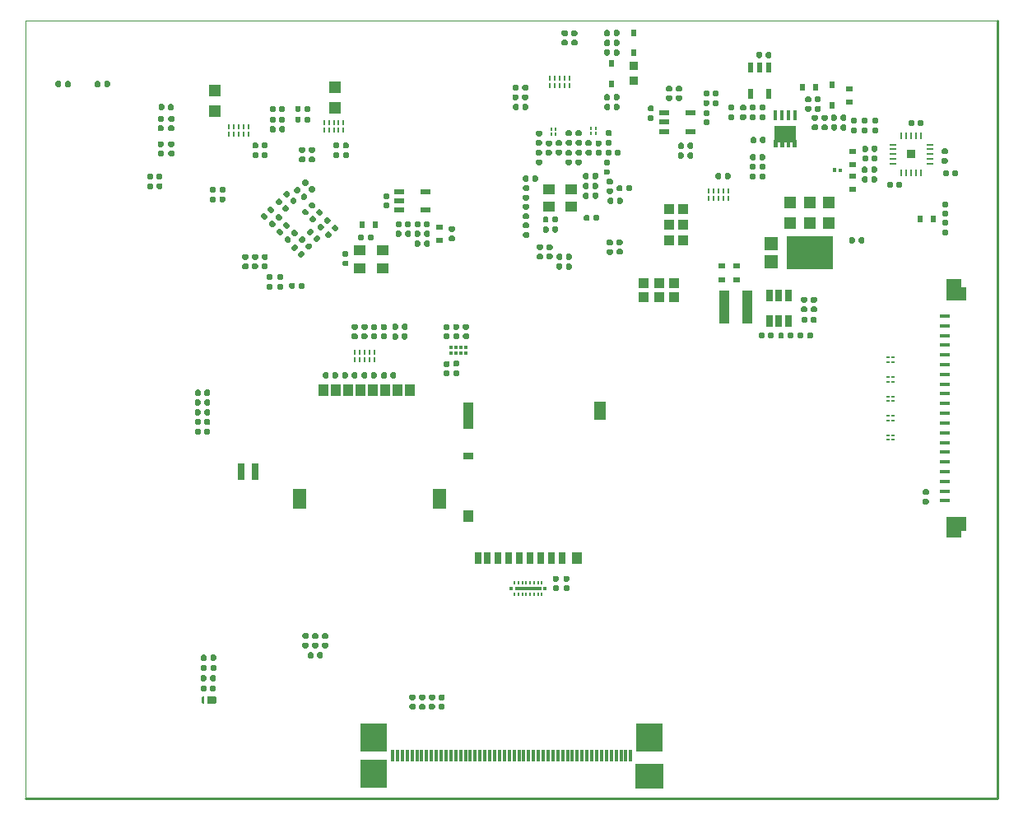
<source format=gbr>
%TF.GenerationSoftware,KiCad,Pcbnew,5.1.9+dfsg1-1*%
%TF.CreationDate,2022-02-15T13:48:39+01:00*%
%TF.ProjectId,sc606-baseboard,73633630-362d-4626-9173-65626f617264,rev?*%
%TF.SameCoordinates,Original*%
%TF.FileFunction,Paste,Bot*%
%TF.FilePolarity,Positive*%
%FSLAX46Y46*%
G04 Gerber Fmt 4.6, Leading zero omitted, Abs format (unit mm)*
G04 Created by KiCad (PCBNEW 5.1.9+dfsg1-1) date 2022-02-15 13:48:39 commit a4fbcb5*
%MOMM*%
%LPD*%
G01*
G04 APERTURE LIST*
%TA.AperFunction,Profile*%
%ADD10C,0.120000*%
%TD*%
%TA.AperFunction,Profile*%
%ADD11C,0.254000*%
%TD*%
%ADD12C,0.100000*%
%ADD13R,1.300000X1.100000*%
%ADD14R,3.000000X2.500000*%
%ADD15R,2.700000X3.000000*%
%ADD16R,0.300000X1.200000*%
%ADD17R,0.405000X0.990000*%
%ADD18R,0.380000X0.400000*%
%ADD19R,0.950000X0.950000*%
%ADD20R,0.250000X0.700000*%
%ADD21R,0.700000X0.250000*%
%ADD22R,0.800000X0.600000*%
%ADD23R,0.550000X1.000000*%
%ADD24R,0.600000X0.800000*%
%ADD25R,0.200000X0.475000*%
%ADD26R,1.200000X1.200000*%
%ADD27R,0.750000X1.800000*%
%ADD28R,0.400000X0.300000*%
%ADD29R,2.800000X0.300000*%
%ADD30R,0.200000X0.450000*%
%ADD31R,1.000000X0.550000*%
%ADD32R,0.310000X0.420000*%
%ADD33R,0.310000X0.430000*%
%ADD34R,0.700000X1.200000*%
%ADD35R,0.230000X0.300000*%
%ADD36R,1.060000X1.020000*%
%ADD37R,0.300000X0.230000*%
%ADD38R,1.020000X1.060000*%
%ADD39R,0.980000X3.400000*%
%ADD40R,1.350000X2.000000*%
%ADD41R,1.000000X1.200000*%
%ADD42R,1.000000X0.800000*%
%ADD43R,1.000000X2.800000*%
%ADD44R,1.300000X1.900000*%
%ADD45R,1.600200X2.108200*%
%ADD46R,1.092200X0.304800*%
%ADD47R,4.860000X3.360000*%
%ADD48R,1.400000X1.390000*%
G04 APERTURE END LIST*
D10*
X175600000Y-42400000D02*
X75600000Y-42400000D01*
D11*
X175600000Y-42400000D02*
X175600000Y-122400000D01*
D10*
X75600000Y-122400000D02*
X75600000Y-42400000D01*
D11*
X175600000Y-122400000D02*
X75600000Y-122400000D01*
D12*
%TO.C,J3*%
G36*
X172249760Y-69808280D02*
G01*
X170293960Y-69808280D01*
X170293960Y-71103680D01*
X172249760Y-71103680D01*
X172249760Y-69808280D01*
G37*
X172249760Y-69808280D02*
X170293960Y-69808280D01*
X170293960Y-71103680D01*
X172249760Y-71103680D01*
X172249760Y-69808280D01*
G36*
X172249760Y-94791720D02*
G01*
X170293960Y-94791720D01*
X170293960Y-93496320D01*
X172249760Y-93496320D01*
X172249760Y-94791720D01*
G37*
X172249760Y-94791720D02*
X170293960Y-94791720D01*
X170293960Y-93496320D01*
X172249760Y-93496320D01*
X172249760Y-94791720D01*
%TD*%
%TO.C,C138*%
G36*
G01*
X93990000Y-84872500D02*
X93990000Y-84527500D01*
G75*
G02*
X94137500Y-84380000I147500J0D01*
G01*
X94432500Y-84380000D01*
G75*
G02*
X94580000Y-84527500I0J-147500D01*
G01*
X94580000Y-84872500D01*
G75*
G02*
X94432500Y-85020000I-147500J0D01*
G01*
X94137500Y-85020000D01*
G75*
G02*
X93990000Y-84872500I0J147500D01*
G01*
G37*
G36*
G01*
X93020000Y-84872500D02*
X93020000Y-84527500D01*
G75*
G02*
X93167500Y-84380000I147500J0D01*
G01*
X93462500Y-84380000D01*
G75*
G02*
X93610000Y-84527500I0J-147500D01*
G01*
X93610000Y-84872500D01*
G75*
G02*
X93462500Y-85020000I-147500J0D01*
G01*
X93167500Y-85020000D01*
G75*
G02*
X93020000Y-84872500I0J147500D01*
G01*
G37*
%TD*%
%TO.C,C12*%
G36*
G01*
X93990000Y-83872500D02*
X93990000Y-83527500D01*
G75*
G02*
X94137500Y-83380000I147500J0D01*
G01*
X94432500Y-83380000D01*
G75*
G02*
X94580000Y-83527500I0J-147500D01*
G01*
X94580000Y-83872500D01*
G75*
G02*
X94432500Y-84020000I-147500J0D01*
G01*
X94137500Y-84020000D01*
G75*
G02*
X93990000Y-83872500I0J147500D01*
G01*
G37*
G36*
G01*
X93020000Y-83872500D02*
X93020000Y-83527500D01*
G75*
G02*
X93167500Y-83380000I147500J0D01*
G01*
X93462500Y-83380000D01*
G75*
G02*
X93610000Y-83527500I0J-147500D01*
G01*
X93610000Y-83872500D01*
G75*
G02*
X93462500Y-84020000I-147500J0D01*
G01*
X93167500Y-84020000D01*
G75*
G02*
X93020000Y-83872500I0J147500D01*
G01*
G37*
%TD*%
%TO.C,C9*%
G36*
G01*
X93990000Y-80872500D02*
X93990000Y-80527500D01*
G75*
G02*
X94137500Y-80380000I147500J0D01*
G01*
X94432500Y-80380000D01*
G75*
G02*
X94580000Y-80527500I0J-147500D01*
G01*
X94580000Y-80872500D01*
G75*
G02*
X94432500Y-81020000I-147500J0D01*
G01*
X94137500Y-81020000D01*
G75*
G02*
X93990000Y-80872500I0J147500D01*
G01*
G37*
G36*
G01*
X93020000Y-80872500D02*
X93020000Y-80527500D01*
G75*
G02*
X93167500Y-80380000I147500J0D01*
G01*
X93462500Y-80380000D01*
G75*
G02*
X93610000Y-80527500I0J-147500D01*
G01*
X93610000Y-80872500D01*
G75*
G02*
X93462500Y-81020000I-147500J0D01*
G01*
X93167500Y-81020000D01*
G75*
G02*
X93020000Y-80872500I0J147500D01*
G01*
G37*
%TD*%
D13*
%TO.C,Y1*%
X129420000Y-61560000D03*
X129420000Y-59760000D03*
X131720000Y-61560000D03*
X131720000Y-59760000D03*
%TD*%
D14*
%TO.C,J2*%
X139800000Y-120100000D03*
D15*
X139800000Y-116150000D03*
X111400000Y-116150000D03*
X111400000Y-119850000D03*
D16*
X113350000Y-118000000D03*
X113850000Y-118000000D03*
X114350000Y-118000000D03*
X114850000Y-118000000D03*
X115350000Y-118000000D03*
X115850000Y-118000000D03*
X116350000Y-118000000D03*
X116850000Y-118000000D03*
X117350000Y-118000000D03*
X117850000Y-118000000D03*
X118350000Y-118000000D03*
X118850000Y-118000000D03*
X119350000Y-118000000D03*
X119850000Y-118000000D03*
X120350000Y-118000000D03*
X120850000Y-118000000D03*
X121350000Y-118000000D03*
X121850000Y-118000000D03*
X122350000Y-118000000D03*
X122850000Y-118000000D03*
X123350000Y-118000000D03*
X123850000Y-118000000D03*
X124350000Y-118000000D03*
X124850000Y-118000000D03*
X125350000Y-118000000D03*
X125850000Y-118000000D03*
X126350000Y-118000000D03*
X126850000Y-118000000D03*
X127350000Y-118000000D03*
X127850000Y-118000000D03*
X128350000Y-118000000D03*
X128850000Y-118000000D03*
X129350000Y-118000000D03*
X129850000Y-118000000D03*
X130350000Y-118000000D03*
X130850000Y-118000000D03*
X131350000Y-118000000D03*
X131850000Y-118000000D03*
X132350000Y-118000000D03*
X132850000Y-118000000D03*
X133350000Y-118000000D03*
X133850000Y-118000000D03*
X134350000Y-118000000D03*
X134850000Y-118000000D03*
X135350000Y-118000000D03*
X135850000Y-118000000D03*
X136350000Y-118000000D03*
X136850000Y-118000000D03*
X137350000Y-118000000D03*
X137850000Y-118000000D03*
%TD*%
%TO.C,R135*%
G36*
G01*
X96022500Y-60110000D02*
X95677500Y-60110000D01*
G75*
G02*
X95530000Y-59962500I0J147500D01*
G01*
X95530000Y-59667500D01*
G75*
G02*
X95677500Y-59520000I147500J0D01*
G01*
X96022500Y-59520000D01*
G75*
G02*
X96170000Y-59667500I0J-147500D01*
G01*
X96170000Y-59962500D01*
G75*
G02*
X96022500Y-60110000I-147500J0D01*
G01*
G37*
G36*
G01*
X96022500Y-61080000D02*
X95677500Y-61080000D01*
G75*
G02*
X95530000Y-60932500I0J147500D01*
G01*
X95530000Y-60637500D01*
G75*
G02*
X95677500Y-60490000I147500J0D01*
G01*
X96022500Y-60490000D01*
G75*
G02*
X96170000Y-60637500I0J-147500D01*
G01*
X96170000Y-60932500D01*
G75*
G02*
X96022500Y-61080000I-147500J0D01*
G01*
G37*
%TD*%
D12*
%TO.C,Q9*%
G36*
X154537500Y-55480000D02*
G01*
X154537500Y-54970000D01*
X154282500Y-54970000D01*
X154282500Y-55480000D01*
X153877500Y-55480000D01*
X153877500Y-54970000D01*
X153622500Y-54970000D01*
X153622500Y-55480000D01*
X153217500Y-55480000D01*
X153217500Y-54970000D01*
X152962500Y-54970000D01*
X152962500Y-55480000D01*
X152555000Y-55480000D01*
X152555000Y-54720000D01*
X152632500Y-54720000D01*
X152632500Y-53245000D01*
X154867500Y-53245000D01*
X154867500Y-54720000D01*
X154945000Y-54720000D01*
X154945000Y-55480000D01*
X154537500Y-55480000D01*
G37*
D17*
X154740000Y-52115000D03*
X154080000Y-52115000D03*
X153420000Y-52115000D03*
X152760000Y-52115000D03*
%TD*%
%TO.C,D35*%
G36*
G01*
X158630000Y-57981000D02*
X158630000Y-57619000D01*
G75*
G02*
X158649000Y-57600000I19000J0D01*
G01*
X158991000Y-57600000D01*
G75*
G02*
X159010000Y-57619000I0J-19000D01*
G01*
X159010000Y-57981000D01*
G75*
G02*
X158991000Y-58000000I-19000J0D01*
G01*
X158649000Y-58000000D01*
G75*
G02*
X158630000Y-57981000I0J19000D01*
G01*
G37*
D18*
X159380000Y-57800000D03*
%TD*%
%TO.C,R170*%
G36*
G01*
X105210000Y-107527500D02*
X105210000Y-107872500D01*
G75*
G02*
X105062500Y-108020000I-147500J0D01*
G01*
X104767500Y-108020000D01*
G75*
G02*
X104620000Y-107872500I0J147500D01*
G01*
X104620000Y-107527500D01*
G75*
G02*
X104767500Y-107380000I147500J0D01*
G01*
X105062500Y-107380000D01*
G75*
G02*
X105210000Y-107527500I0J-147500D01*
G01*
G37*
G36*
G01*
X106180000Y-107527500D02*
X106180000Y-107872500D01*
G75*
G02*
X106032500Y-108020000I-147500J0D01*
G01*
X105737500Y-108020000D01*
G75*
G02*
X105590000Y-107872500I0J147500D01*
G01*
X105590000Y-107527500D01*
G75*
G02*
X105737500Y-107380000I147500J0D01*
G01*
X106032500Y-107380000D01*
G75*
G02*
X106180000Y-107527500I0J-147500D01*
G01*
G37*
%TD*%
D19*
%TO.C,U14*%
X166700000Y-56150000D03*
D20*
X165700000Y-58050000D03*
X166200000Y-58050000D03*
X166700000Y-58050000D03*
X167200000Y-58050000D03*
X167700000Y-58050000D03*
D21*
X168600000Y-57150000D03*
X168600000Y-56650000D03*
X168600000Y-56150000D03*
X168600000Y-55650000D03*
X168600000Y-55150000D03*
D20*
X167700000Y-54250000D03*
X167200000Y-54250000D03*
X166700000Y-54250000D03*
X166200000Y-54250000D03*
X165700000Y-54250000D03*
D21*
X164800000Y-55150000D03*
X164800000Y-55650000D03*
X164800000Y-56150000D03*
X164800000Y-56650000D03*
X164800000Y-57150000D03*
%TD*%
D22*
%TO.C,R167*%
X160650000Y-57250000D03*
X160650000Y-55850000D03*
%TD*%
%TO.C,R166*%
G36*
G01*
X162260000Y-55427500D02*
X162260000Y-55772500D01*
G75*
G02*
X162112500Y-55920000I-147500J0D01*
G01*
X161817500Y-55920000D01*
G75*
G02*
X161670000Y-55772500I0J147500D01*
G01*
X161670000Y-55427500D01*
G75*
G02*
X161817500Y-55280000I147500J0D01*
G01*
X162112500Y-55280000D01*
G75*
G02*
X162260000Y-55427500I0J-147500D01*
G01*
G37*
G36*
G01*
X163230000Y-55427500D02*
X163230000Y-55772500D01*
G75*
G02*
X163082500Y-55920000I-147500J0D01*
G01*
X162787500Y-55920000D01*
G75*
G02*
X162640000Y-55772500I0J147500D01*
G01*
X162640000Y-55427500D01*
G75*
G02*
X162787500Y-55280000I147500J0D01*
G01*
X163082500Y-55280000D01*
G75*
G02*
X163230000Y-55427500I0J-147500D01*
G01*
G37*
%TD*%
%TO.C,R165*%
G36*
G01*
X162260000Y-56427500D02*
X162260000Y-56772500D01*
G75*
G02*
X162112500Y-56920000I-147500J0D01*
G01*
X161817500Y-56920000D01*
G75*
G02*
X161670000Y-56772500I0J147500D01*
G01*
X161670000Y-56427500D01*
G75*
G02*
X161817500Y-56280000I147500J0D01*
G01*
X162112500Y-56280000D01*
G75*
G02*
X162260000Y-56427500I0J-147500D01*
G01*
G37*
G36*
G01*
X163230000Y-56427500D02*
X163230000Y-56772500D01*
G75*
G02*
X163082500Y-56920000I-147500J0D01*
G01*
X162787500Y-56920000D01*
G75*
G02*
X162640000Y-56772500I0J147500D01*
G01*
X162640000Y-56427500D01*
G75*
G02*
X162787500Y-56280000I147500J0D01*
G01*
X163082500Y-56280000D01*
G75*
G02*
X163230000Y-56427500I0J-147500D01*
G01*
G37*
%TD*%
%TO.C,R164*%
X160650000Y-58400000D03*
X160650000Y-59800000D03*
%TD*%
%TO.C,R163*%
G36*
G01*
X162210000Y-57577500D02*
X162210000Y-57922500D01*
G75*
G02*
X162062500Y-58070000I-147500J0D01*
G01*
X161767500Y-58070000D01*
G75*
G02*
X161620000Y-57922500I0J147500D01*
G01*
X161620000Y-57577500D01*
G75*
G02*
X161767500Y-57430000I147500J0D01*
G01*
X162062500Y-57430000D01*
G75*
G02*
X162210000Y-57577500I0J-147500D01*
G01*
G37*
G36*
G01*
X163180000Y-57577500D02*
X163180000Y-57922500D01*
G75*
G02*
X163032500Y-58070000I-147500J0D01*
G01*
X162737500Y-58070000D01*
G75*
G02*
X162590000Y-57922500I0J147500D01*
G01*
X162590000Y-57577500D01*
G75*
G02*
X162737500Y-57430000I147500J0D01*
G01*
X163032500Y-57430000D01*
G75*
G02*
X163180000Y-57577500I0J-147500D01*
G01*
G37*
%TD*%
%TO.C,R161*%
G36*
G01*
X162210000Y-58577500D02*
X162210000Y-58922500D01*
G75*
G02*
X162062500Y-59070000I-147500J0D01*
G01*
X161767500Y-59070000D01*
G75*
G02*
X161620000Y-58922500I0J147500D01*
G01*
X161620000Y-58577500D01*
G75*
G02*
X161767500Y-58430000I147500J0D01*
G01*
X162062500Y-58430000D01*
G75*
G02*
X162210000Y-58577500I0J-147500D01*
G01*
G37*
G36*
G01*
X163180000Y-58577500D02*
X163180000Y-58922500D01*
G75*
G02*
X163032500Y-59070000I-147500J0D01*
G01*
X162737500Y-59070000D01*
G75*
G02*
X162590000Y-58922500I0J147500D01*
G01*
X162590000Y-58577500D01*
G75*
G02*
X162737500Y-58430000I147500J0D01*
G01*
X163032500Y-58430000D01*
G75*
G02*
X163180000Y-58577500I0J-147500D01*
G01*
G37*
%TD*%
%TO.C,C159*%
G36*
G01*
X167390000Y-53122500D02*
X167390000Y-52777500D01*
G75*
G02*
X167537500Y-52630000I147500J0D01*
G01*
X167832500Y-52630000D01*
G75*
G02*
X167980000Y-52777500I0J-147500D01*
G01*
X167980000Y-53122500D01*
G75*
G02*
X167832500Y-53270000I-147500J0D01*
G01*
X167537500Y-53270000D01*
G75*
G02*
X167390000Y-53122500I0J147500D01*
G01*
G37*
G36*
G01*
X166420000Y-53122500D02*
X166420000Y-52777500D01*
G75*
G02*
X166567500Y-52630000I147500J0D01*
G01*
X166862500Y-52630000D01*
G75*
G02*
X167010000Y-52777500I0J-147500D01*
G01*
X167010000Y-53122500D01*
G75*
G02*
X166862500Y-53270000I-147500J0D01*
G01*
X166567500Y-53270000D01*
G75*
G02*
X166420000Y-53122500I0J147500D01*
G01*
G37*
%TD*%
%TO.C,C158*%
G36*
G01*
X165190000Y-59472500D02*
X165190000Y-59127500D01*
G75*
G02*
X165337500Y-58980000I147500J0D01*
G01*
X165632500Y-58980000D01*
G75*
G02*
X165780000Y-59127500I0J-147500D01*
G01*
X165780000Y-59472500D01*
G75*
G02*
X165632500Y-59620000I-147500J0D01*
G01*
X165337500Y-59620000D01*
G75*
G02*
X165190000Y-59472500I0J147500D01*
G01*
G37*
G36*
G01*
X164220000Y-59472500D02*
X164220000Y-59127500D01*
G75*
G02*
X164367500Y-58980000I147500J0D01*
G01*
X164662500Y-58980000D01*
G75*
G02*
X164810000Y-59127500I0J-147500D01*
G01*
X164810000Y-59472500D01*
G75*
G02*
X164662500Y-59620000I-147500J0D01*
G01*
X164367500Y-59620000D01*
G75*
G02*
X164220000Y-59472500I0J147500D01*
G01*
G37*
%TD*%
%TO.C,C157*%
G36*
G01*
X170322500Y-56160000D02*
X169977500Y-56160000D01*
G75*
G02*
X169830000Y-56012500I0J147500D01*
G01*
X169830000Y-55717500D01*
G75*
G02*
X169977500Y-55570000I147500J0D01*
G01*
X170322500Y-55570000D01*
G75*
G02*
X170470000Y-55717500I0J-147500D01*
G01*
X170470000Y-56012500D01*
G75*
G02*
X170322500Y-56160000I-147500J0D01*
G01*
G37*
G36*
G01*
X170322500Y-57130000D02*
X169977500Y-57130000D01*
G75*
G02*
X169830000Y-56982500I0J147500D01*
G01*
X169830000Y-56687500D01*
G75*
G02*
X169977500Y-56540000I147500J0D01*
G01*
X170322500Y-56540000D01*
G75*
G02*
X170470000Y-56687500I0J-147500D01*
G01*
X170470000Y-56982500D01*
G75*
G02*
X170322500Y-57130000I-147500J0D01*
G01*
G37*
%TD*%
%TO.C,C156*%
G36*
G01*
X170560000Y-57927500D02*
X170560000Y-58272500D01*
G75*
G02*
X170412500Y-58420000I-147500J0D01*
G01*
X170117500Y-58420000D01*
G75*
G02*
X169970000Y-58272500I0J147500D01*
G01*
X169970000Y-57927500D01*
G75*
G02*
X170117500Y-57780000I147500J0D01*
G01*
X170412500Y-57780000D01*
G75*
G02*
X170560000Y-57927500I0J-147500D01*
G01*
G37*
G36*
G01*
X171530000Y-57927500D02*
X171530000Y-58272500D01*
G75*
G02*
X171382500Y-58420000I-147500J0D01*
G01*
X171087500Y-58420000D01*
G75*
G02*
X170940000Y-58272500I0J147500D01*
G01*
X170940000Y-57927500D01*
G75*
G02*
X171087500Y-57780000I147500J0D01*
G01*
X171382500Y-57780000D01*
G75*
G02*
X171530000Y-57927500I0J-147500D01*
G01*
G37*
%TD*%
D23*
%TO.C,IC3*%
X150150000Y-49950000D03*
X152050000Y-49950000D03*
X150150000Y-47250000D03*
X151100000Y-47250000D03*
X152050000Y-47250000D03*
%TD*%
%TO.C,C155*%
G36*
G01*
X148027500Y-52040000D02*
X148372500Y-52040000D01*
G75*
G02*
X148520000Y-52187500I0J-147500D01*
G01*
X148520000Y-52482500D01*
G75*
G02*
X148372500Y-52630000I-147500J0D01*
G01*
X148027500Y-52630000D01*
G75*
G02*
X147880000Y-52482500I0J147500D01*
G01*
X147880000Y-52187500D01*
G75*
G02*
X148027500Y-52040000I147500J0D01*
G01*
G37*
G36*
G01*
X148027500Y-51070000D02*
X148372500Y-51070000D01*
G75*
G02*
X148520000Y-51217500I0J-147500D01*
G01*
X148520000Y-51512500D01*
G75*
G02*
X148372500Y-51660000I-147500J0D01*
G01*
X148027500Y-51660000D01*
G75*
G02*
X147880000Y-51512500I0J147500D01*
G01*
X147880000Y-51217500D01*
G75*
G02*
X148027500Y-51070000I147500J0D01*
G01*
G37*
%TD*%
%TO.C,C154*%
G36*
G01*
X151360000Y-45777500D02*
X151360000Y-46122500D01*
G75*
G02*
X151212500Y-46270000I-147500J0D01*
G01*
X150917500Y-46270000D01*
G75*
G02*
X150770000Y-46122500I0J147500D01*
G01*
X150770000Y-45777500D01*
G75*
G02*
X150917500Y-45630000I147500J0D01*
G01*
X151212500Y-45630000D01*
G75*
G02*
X151360000Y-45777500I0J-147500D01*
G01*
G37*
G36*
G01*
X152330000Y-45777500D02*
X152330000Y-46122500D01*
G75*
G02*
X152182500Y-46270000I-147500J0D01*
G01*
X151887500Y-46270000D01*
G75*
G02*
X151740000Y-46122500I0J147500D01*
G01*
X151740000Y-45777500D01*
G75*
G02*
X151887500Y-45630000I147500J0D01*
G01*
X152182500Y-45630000D01*
G75*
G02*
X152330000Y-45777500I0J-147500D01*
G01*
G37*
%TD*%
%TO.C,R160*%
G36*
G01*
X161727500Y-53390000D02*
X162072500Y-53390000D01*
G75*
G02*
X162220000Y-53537500I0J-147500D01*
G01*
X162220000Y-53832500D01*
G75*
G02*
X162072500Y-53980000I-147500J0D01*
G01*
X161727500Y-53980000D01*
G75*
G02*
X161580000Y-53832500I0J147500D01*
G01*
X161580000Y-53537500D01*
G75*
G02*
X161727500Y-53390000I147500J0D01*
G01*
G37*
G36*
G01*
X161727500Y-52420000D02*
X162072500Y-52420000D01*
G75*
G02*
X162220000Y-52567500I0J-147500D01*
G01*
X162220000Y-52862500D01*
G75*
G02*
X162072500Y-53010000I-147500J0D01*
G01*
X161727500Y-53010000D01*
G75*
G02*
X161580000Y-52862500I0J147500D01*
G01*
X161580000Y-52567500D01*
G75*
G02*
X161727500Y-52420000I147500J0D01*
G01*
G37*
%TD*%
%TO.C,R159*%
G36*
G01*
X160627500Y-53390000D02*
X160972500Y-53390000D01*
G75*
G02*
X161120000Y-53537500I0J-147500D01*
G01*
X161120000Y-53832500D01*
G75*
G02*
X160972500Y-53980000I-147500J0D01*
G01*
X160627500Y-53980000D01*
G75*
G02*
X160480000Y-53832500I0J147500D01*
G01*
X160480000Y-53537500D01*
G75*
G02*
X160627500Y-53390000I147500J0D01*
G01*
G37*
G36*
G01*
X160627500Y-52420000D02*
X160972500Y-52420000D01*
G75*
G02*
X161120000Y-52567500I0J-147500D01*
G01*
X161120000Y-52862500D01*
G75*
G02*
X160972500Y-53010000I-147500J0D01*
G01*
X160627500Y-53010000D01*
G75*
G02*
X160480000Y-52862500I0J147500D01*
G01*
X160480000Y-52567500D01*
G75*
G02*
X160627500Y-52420000I147500J0D01*
G01*
G37*
%TD*%
%TO.C,R158*%
G36*
G01*
X162827500Y-53390000D02*
X163172500Y-53390000D01*
G75*
G02*
X163320000Y-53537500I0J-147500D01*
G01*
X163320000Y-53832500D01*
G75*
G02*
X163172500Y-53980000I-147500J0D01*
G01*
X162827500Y-53980000D01*
G75*
G02*
X162680000Y-53832500I0J147500D01*
G01*
X162680000Y-53537500D01*
G75*
G02*
X162827500Y-53390000I147500J0D01*
G01*
G37*
G36*
G01*
X162827500Y-52420000D02*
X163172500Y-52420000D01*
G75*
G02*
X163320000Y-52567500I0J-147500D01*
G01*
X163320000Y-52862500D01*
G75*
G02*
X163172500Y-53010000I-147500J0D01*
G01*
X162827500Y-53010000D01*
G75*
G02*
X162680000Y-52862500I0J147500D01*
G01*
X162680000Y-52567500D01*
G75*
G02*
X162827500Y-52420000I147500J0D01*
G01*
G37*
%TD*%
%TO.C,R157*%
G36*
G01*
X150760000Y-54527500D02*
X150760000Y-54872500D01*
G75*
G02*
X150612500Y-55020000I-147500J0D01*
G01*
X150317500Y-55020000D01*
G75*
G02*
X150170000Y-54872500I0J147500D01*
G01*
X150170000Y-54527500D01*
G75*
G02*
X150317500Y-54380000I147500J0D01*
G01*
X150612500Y-54380000D01*
G75*
G02*
X150760000Y-54527500I0J-147500D01*
G01*
G37*
G36*
G01*
X151730000Y-54527500D02*
X151730000Y-54872500D01*
G75*
G02*
X151582500Y-55020000I-147500J0D01*
G01*
X151287500Y-55020000D01*
G75*
G02*
X151140000Y-54872500I0J147500D01*
G01*
X151140000Y-54527500D01*
G75*
G02*
X151287500Y-54380000I147500J0D01*
G01*
X151582500Y-54380000D01*
G75*
G02*
X151730000Y-54527500I0J-147500D01*
G01*
G37*
%TD*%
%TO.C,R156*%
G36*
G01*
X159440000Y-52572500D02*
X159440000Y-52227500D01*
G75*
G02*
X159587500Y-52080000I147500J0D01*
G01*
X159882500Y-52080000D01*
G75*
G02*
X160030000Y-52227500I0J-147500D01*
G01*
X160030000Y-52572500D01*
G75*
G02*
X159882500Y-52720000I-147500J0D01*
G01*
X159587500Y-52720000D01*
G75*
G02*
X159440000Y-52572500I0J147500D01*
G01*
G37*
G36*
G01*
X158470000Y-52572500D02*
X158470000Y-52227500D01*
G75*
G02*
X158617500Y-52080000I147500J0D01*
G01*
X158912500Y-52080000D01*
G75*
G02*
X159060000Y-52227500I0J-147500D01*
G01*
X159060000Y-52572500D01*
G75*
G02*
X158912500Y-52720000I-147500J0D01*
G01*
X158617500Y-52720000D01*
G75*
G02*
X158470000Y-52572500I0J147500D01*
G01*
G37*
%TD*%
%TO.C,R155*%
G36*
G01*
X150710000Y-56277500D02*
X150710000Y-56622500D01*
G75*
G02*
X150562500Y-56770000I-147500J0D01*
G01*
X150267500Y-56770000D01*
G75*
G02*
X150120000Y-56622500I0J147500D01*
G01*
X150120000Y-56277500D01*
G75*
G02*
X150267500Y-56130000I147500J0D01*
G01*
X150562500Y-56130000D01*
G75*
G02*
X150710000Y-56277500I0J-147500D01*
G01*
G37*
G36*
G01*
X151680000Y-56277500D02*
X151680000Y-56622500D01*
G75*
G02*
X151532500Y-56770000I-147500J0D01*
G01*
X151237500Y-56770000D01*
G75*
G02*
X151090000Y-56622500I0J147500D01*
G01*
X151090000Y-56277500D01*
G75*
G02*
X151237500Y-56130000I147500J0D01*
G01*
X151532500Y-56130000D01*
G75*
G02*
X151680000Y-56277500I0J-147500D01*
G01*
G37*
%TD*%
%TO.C,R154*%
G36*
G01*
X150572500Y-51660000D02*
X150227500Y-51660000D01*
G75*
G02*
X150080000Y-51512500I0J147500D01*
G01*
X150080000Y-51217500D01*
G75*
G02*
X150227500Y-51070000I147500J0D01*
G01*
X150572500Y-51070000D01*
G75*
G02*
X150720000Y-51217500I0J-147500D01*
G01*
X150720000Y-51512500D01*
G75*
G02*
X150572500Y-51660000I-147500J0D01*
G01*
G37*
G36*
G01*
X150572500Y-52630000D02*
X150227500Y-52630000D01*
G75*
G02*
X150080000Y-52482500I0J147500D01*
G01*
X150080000Y-52187500D01*
G75*
G02*
X150227500Y-52040000I147500J0D01*
G01*
X150572500Y-52040000D01*
G75*
G02*
X150720000Y-52187500I0J-147500D01*
G01*
X150720000Y-52482500D01*
G75*
G02*
X150572500Y-52630000I-147500J0D01*
G01*
G37*
%TD*%
%TO.C,R153*%
G36*
G01*
X151572500Y-51660000D02*
X151227500Y-51660000D01*
G75*
G02*
X151080000Y-51512500I0J147500D01*
G01*
X151080000Y-51217500D01*
G75*
G02*
X151227500Y-51070000I147500J0D01*
G01*
X151572500Y-51070000D01*
G75*
G02*
X151720000Y-51217500I0J-147500D01*
G01*
X151720000Y-51512500D01*
G75*
G02*
X151572500Y-51660000I-147500J0D01*
G01*
G37*
G36*
G01*
X151572500Y-52630000D02*
X151227500Y-52630000D01*
G75*
G02*
X151080000Y-52482500I0J147500D01*
G01*
X151080000Y-52187500D01*
G75*
G02*
X151227500Y-52040000I147500J0D01*
G01*
X151572500Y-52040000D01*
G75*
G02*
X151720000Y-52187500I0J-147500D01*
G01*
X151720000Y-52482500D01*
G75*
G02*
X151572500Y-52630000I-147500J0D01*
G01*
G37*
%TD*%
%TO.C,R152*%
G36*
G01*
X149572500Y-51660000D02*
X149227500Y-51660000D01*
G75*
G02*
X149080000Y-51512500I0J147500D01*
G01*
X149080000Y-51217500D01*
G75*
G02*
X149227500Y-51070000I147500J0D01*
G01*
X149572500Y-51070000D01*
G75*
G02*
X149720000Y-51217500I0J-147500D01*
G01*
X149720000Y-51512500D01*
G75*
G02*
X149572500Y-51660000I-147500J0D01*
G01*
G37*
G36*
G01*
X149572500Y-52630000D02*
X149227500Y-52630000D01*
G75*
G02*
X149080000Y-52482500I0J147500D01*
G01*
X149080000Y-52187500D01*
G75*
G02*
X149227500Y-52040000I147500J0D01*
G01*
X149572500Y-52040000D01*
G75*
G02*
X149720000Y-52187500I0J-147500D01*
G01*
X149720000Y-52482500D01*
G75*
G02*
X149572500Y-52630000I-147500J0D01*
G01*
G37*
%TD*%
%TO.C,R151*%
G36*
G01*
X150710000Y-58277500D02*
X150710000Y-58622500D01*
G75*
G02*
X150562500Y-58770000I-147500J0D01*
G01*
X150267500Y-58770000D01*
G75*
G02*
X150120000Y-58622500I0J147500D01*
G01*
X150120000Y-58277500D01*
G75*
G02*
X150267500Y-58130000I147500J0D01*
G01*
X150562500Y-58130000D01*
G75*
G02*
X150710000Y-58277500I0J-147500D01*
G01*
G37*
G36*
G01*
X151680000Y-58277500D02*
X151680000Y-58622500D01*
G75*
G02*
X151532500Y-58770000I-147500J0D01*
G01*
X151237500Y-58770000D01*
G75*
G02*
X151090000Y-58622500I0J147500D01*
G01*
X151090000Y-58277500D01*
G75*
G02*
X151237500Y-58130000I147500J0D01*
G01*
X151532500Y-58130000D01*
G75*
G02*
X151680000Y-58277500I0J-147500D01*
G01*
G37*
%TD*%
%TO.C,R150*%
G36*
G01*
X156627500Y-53090000D02*
X156972500Y-53090000D01*
G75*
G02*
X157120000Y-53237500I0J-147500D01*
G01*
X157120000Y-53532500D01*
G75*
G02*
X156972500Y-53680000I-147500J0D01*
G01*
X156627500Y-53680000D01*
G75*
G02*
X156480000Y-53532500I0J147500D01*
G01*
X156480000Y-53237500D01*
G75*
G02*
X156627500Y-53090000I147500J0D01*
G01*
G37*
G36*
G01*
X156627500Y-52120000D02*
X156972500Y-52120000D01*
G75*
G02*
X157120000Y-52267500I0J-147500D01*
G01*
X157120000Y-52562500D01*
G75*
G02*
X156972500Y-52710000I-147500J0D01*
G01*
X156627500Y-52710000D01*
G75*
G02*
X156480000Y-52562500I0J147500D01*
G01*
X156480000Y-52267500D01*
G75*
G02*
X156627500Y-52120000I147500J0D01*
G01*
G37*
%TD*%
%TO.C,R149*%
G36*
G01*
X155927500Y-51190000D02*
X156272500Y-51190000D01*
G75*
G02*
X156420000Y-51337500I0J-147500D01*
G01*
X156420000Y-51632500D01*
G75*
G02*
X156272500Y-51780000I-147500J0D01*
G01*
X155927500Y-51780000D01*
G75*
G02*
X155780000Y-51632500I0J147500D01*
G01*
X155780000Y-51337500D01*
G75*
G02*
X155927500Y-51190000I147500J0D01*
G01*
G37*
G36*
G01*
X155927500Y-50220000D02*
X156272500Y-50220000D01*
G75*
G02*
X156420000Y-50367500I0J-147500D01*
G01*
X156420000Y-50662500D01*
G75*
G02*
X156272500Y-50810000I-147500J0D01*
G01*
X155927500Y-50810000D01*
G75*
G02*
X155780000Y-50662500I0J147500D01*
G01*
X155780000Y-50367500D01*
G75*
G02*
X155927500Y-50220000I147500J0D01*
G01*
G37*
%TD*%
%TO.C,R148*%
G36*
G01*
X157627500Y-53090000D02*
X157972500Y-53090000D01*
G75*
G02*
X158120000Y-53237500I0J-147500D01*
G01*
X158120000Y-53532500D01*
G75*
G02*
X157972500Y-53680000I-147500J0D01*
G01*
X157627500Y-53680000D01*
G75*
G02*
X157480000Y-53532500I0J147500D01*
G01*
X157480000Y-53237500D01*
G75*
G02*
X157627500Y-53090000I147500J0D01*
G01*
G37*
G36*
G01*
X157627500Y-52120000D02*
X157972500Y-52120000D01*
G75*
G02*
X158120000Y-52267500I0J-147500D01*
G01*
X158120000Y-52562500D01*
G75*
G02*
X157972500Y-52710000I-147500J0D01*
G01*
X157627500Y-52710000D01*
G75*
G02*
X157480000Y-52562500I0J147500D01*
G01*
X157480000Y-52267500D01*
G75*
G02*
X157627500Y-52120000I147500J0D01*
G01*
G37*
%TD*%
%TO.C,R147*%
G36*
G01*
X156927500Y-51190000D02*
X157272500Y-51190000D01*
G75*
G02*
X157420000Y-51337500I0J-147500D01*
G01*
X157420000Y-51632500D01*
G75*
G02*
X157272500Y-51780000I-147500J0D01*
G01*
X156927500Y-51780000D01*
G75*
G02*
X156780000Y-51632500I0J147500D01*
G01*
X156780000Y-51337500D01*
G75*
G02*
X156927500Y-51190000I147500J0D01*
G01*
G37*
G36*
G01*
X156927500Y-50220000D02*
X157272500Y-50220000D01*
G75*
G02*
X157420000Y-50367500I0J-147500D01*
G01*
X157420000Y-50662500D01*
G75*
G02*
X157272500Y-50810000I-147500J0D01*
G01*
X156927500Y-50810000D01*
G75*
G02*
X156780000Y-50662500I0J147500D01*
G01*
X156780000Y-50367500D01*
G75*
G02*
X156927500Y-50220000I147500J0D01*
G01*
G37*
%TD*%
%TO.C,R146*%
G36*
G01*
X150710000Y-57277500D02*
X150710000Y-57622500D01*
G75*
G02*
X150562500Y-57770000I-147500J0D01*
G01*
X150267500Y-57770000D01*
G75*
G02*
X150120000Y-57622500I0J147500D01*
G01*
X150120000Y-57277500D01*
G75*
G02*
X150267500Y-57130000I147500J0D01*
G01*
X150562500Y-57130000D01*
G75*
G02*
X150710000Y-57277500I0J-147500D01*
G01*
G37*
G36*
G01*
X151680000Y-57277500D02*
X151680000Y-57622500D01*
G75*
G02*
X151532500Y-57770000I-147500J0D01*
G01*
X151237500Y-57770000D01*
G75*
G02*
X151090000Y-57622500I0J147500D01*
G01*
X151090000Y-57277500D01*
G75*
G02*
X151237500Y-57130000I147500J0D01*
G01*
X151532500Y-57130000D01*
G75*
G02*
X151680000Y-57277500I0J-147500D01*
G01*
G37*
%TD*%
D24*
%TO.C,D8*%
X158550000Y-49050000D03*
X158550000Y-51150000D03*
%TD*%
%TO.C,C152*%
G36*
G01*
X159440000Y-53572500D02*
X159440000Y-53227500D01*
G75*
G02*
X159587500Y-53080000I147500J0D01*
G01*
X159882500Y-53080000D01*
G75*
G02*
X160030000Y-53227500I0J-147500D01*
G01*
X160030000Y-53572500D01*
G75*
G02*
X159882500Y-53720000I-147500J0D01*
G01*
X159587500Y-53720000D01*
G75*
G02*
X159440000Y-53572500I0J147500D01*
G01*
G37*
G36*
G01*
X158470000Y-53572500D02*
X158470000Y-53227500D01*
G75*
G02*
X158617500Y-53080000I147500J0D01*
G01*
X158912500Y-53080000D01*
G75*
G02*
X159060000Y-53227500I0J-147500D01*
G01*
X159060000Y-53572500D01*
G75*
G02*
X158912500Y-53720000I-147500J0D01*
G01*
X158617500Y-53720000D01*
G75*
G02*
X158470000Y-53572500I0J147500D01*
G01*
G37*
%TD*%
D22*
%TO.C,C84*%
X160300000Y-50800000D03*
X160300000Y-49400000D03*
%TD*%
D24*
%TO.C,C83*%
X156900000Y-49300000D03*
X155500000Y-49300000D03*
%TD*%
%TO.C,R141*%
G36*
G01*
X89327500Y-55790000D02*
X89672500Y-55790000D01*
G75*
G02*
X89820000Y-55937500I0J-147500D01*
G01*
X89820000Y-56232500D01*
G75*
G02*
X89672500Y-56380000I-147500J0D01*
G01*
X89327500Y-56380000D01*
G75*
G02*
X89180000Y-56232500I0J147500D01*
G01*
X89180000Y-55937500D01*
G75*
G02*
X89327500Y-55790000I147500J0D01*
G01*
G37*
G36*
G01*
X89327500Y-54820000D02*
X89672500Y-54820000D01*
G75*
G02*
X89820000Y-54967500I0J-147500D01*
G01*
X89820000Y-55262500D01*
G75*
G02*
X89672500Y-55410000I-147500J0D01*
G01*
X89327500Y-55410000D01*
G75*
G02*
X89180000Y-55262500I0J147500D01*
G01*
X89180000Y-54967500D01*
G75*
G02*
X89327500Y-54820000I147500J0D01*
G01*
G37*
%TD*%
%TO.C,R140*%
G36*
G01*
X89327500Y-53190000D02*
X89672500Y-53190000D01*
G75*
G02*
X89820000Y-53337500I0J-147500D01*
G01*
X89820000Y-53632500D01*
G75*
G02*
X89672500Y-53780000I-147500J0D01*
G01*
X89327500Y-53780000D01*
G75*
G02*
X89180000Y-53632500I0J147500D01*
G01*
X89180000Y-53337500D01*
G75*
G02*
X89327500Y-53190000I147500J0D01*
G01*
G37*
G36*
G01*
X89327500Y-52220000D02*
X89672500Y-52220000D01*
G75*
G02*
X89820000Y-52367500I0J-147500D01*
G01*
X89820000Y-52662500D01*
G75*
G02*
X89672500Y-52810000I-147500J0D01*
G01*
X89327500Y-52810000D01*
G75*
G02*
X89180000Y-52662500I0J147500D01*
G01*
X89180000Y-52367500D01*
G75*
G02*
X89327500Y-52220000I147500J0D01*
G01*
G37*
%TD*%
%TO.C,R139*%
G36*
G01*
X90427500Y-55790000D02*
X90772500Y-55790000D01*
G75*
G02*
X90920000Y-55937500I0J-147500D01*
G01*
X90920000Y-56232500D01*
G75*
G02*
X90772500Y-56380000I-147500J0D01*
G01*
X90427500Y-56380000D01*
G75*
G02*
X90280000Y-56232500I0J147500D01*
G01*
X90280000Y-55937500D01*
G75*
G02*
X90427500Y-55790000I147500J0D01*
G01*
G37*
G36*
G01*
X90427500Y-54820000D02*
X90772500Y-54820000D01*
G75*
G02*
X90920000Y-54967500I0J-147500D01*
G01*
X90920000Y-55262500D01*
G75*
G02*
X90772500Y-55410000I-147500J0D01*
G01*
X90427500Y-55410000D01*
G75*
G02*
X90280000Y-55262500I0J147500D01*
G01*
X90280000Y-54967500D01*
G75*
G02*
X90427500Y-54820000I147500J0D01*
G01*
G37*
%TD*%
%TO.C,R138*%
G36*
G01*
X90427500Y-53190000D02*
X90772500Y-53190000D01*
G75*
G02*
X90920000Y-53337500I0J-147500D01*
G01*
X90920000Y-53632500D01*
G75*
G02*
X90772500Y-53780000I-147500J0D01*
G01*
X90427500Y-53780000D01*
G75*
G02*
X90280000Y-53632500I0J147500D01*
G01*
X90280000Y-53337500D01*
G75*
G02*
X90427500Y-53190000I147500J0D01*
G01*
G37*
G36*
G01*
X90427500Y-52220000D02*
X90772500Y-52220000D01*
G75*
G02*
X90920000Y-52367500I0J-147500D01*
G01*
X90920000Y-52662500D01*
G75*
G02*
X90772500Y-52810000I-147500J0D01*
G01*
X90427500Y-52810000D01*
G75*
G02*
X90280000Y-52662500I0J147500D01*
G01*
X90280000Y-52367500D01*
G75*
G02*
X90427500Y-52220000I147500J0D01*
G01*
G37*
%TD*%
%TO.C,R132*%
G36*
G01*
X104290000Y-52772500D02*
X104290000Y-52427500D01*
G75*
G02*
X104437500Y-52280000I147500J0D01*
G01*
X104732500Y-52280000D01*
G75*
G02*
X104880000Y-52427500I0J-147500D01*
G01*
X104880000Y-52772500D01*
G75*
G02*
X104732500Y-52920000I-147500J0D01*
G01*
X104437500Y-52920000D01*
G75*
G02*
X104290000Y-52772500I0J147500D01*
G01*
G37*
G36*
G01*
X103320000Y-52772500D02*
X103320000Y-52427500D01*
G75*
G02*
X103467500Y-52280000I147500J0D01*
G01*
X103762500Y-52280000D01*
G75*
G02*
X103910000Y-52427500I0J-147500D01*
G01*
X103910000Y-52772500D01*
G75*
G02*
X103762500Y-52920000I-147500J0D01*
G01*
X103467500Y-52920000D01*
G75*
G02*
X103320000Y-52772500I0J147500D01*
G01*
G37*
%TD*%
%TO.C,R131*%
G36*
G01*
X101700000Y-52772500D02*
X101700000Y-52427500D01*
G75*
G02*
X101847500Y-52280000I147500J0D01*
G01*
X102142500Y-52280000D01*
G75*
G02*
X102290000Y-52427500I0J-147500D01*
G01*
X102290000Y-52772500D01*
G75*
G02*
X102142500Y-52920000I-147500J0D01*
G01*
X101847500Y-52920000D01*
G75*
G02*
X101700000Y-52772500I0J147500D01*
G01*
G37*
G36*
G01*
X100730000Y-52772500D02*
X100730000Y-52427500D01*
G75*
G02*
X100877500Y-52280000I147500J0D01*
G01*
X101172500Y-52280000D01*
G75*
G02*
X101320000Y-52427500I0J-147500D01*
G01*
X101320000Y-52772500D01*
G75*
G02*
X101172500Y-52920000I-147500J0D01*
G01*
X100877500Y-52920000D01*
G75*
G02*
X100730000Y-52772500I0J147500D01*
G01*
G37*
%TD*%
%TO.C,R125*%
G36*
G01*
X104290000Y-51672500D02*
X104290000Y-51327500D01*
G75*
G02*
X104437500Y-51180000I147500J0D01*
G01*
X104732500Y-51180000D01*
G75*
G02*
X104880000Y-51327500I0J-147500D01*
G01*
X104880000Y-51672500D01*
G75*
G02*
X104732500Y-51820000I-147500J0D01*
G01*
X104437500Y-51820000D01*
G75*
G02*
X104290000Y-51672500I0J147500D01*
G01*
G37*
G36*
G01*
X103320000Y-51672500D02*
X103320000Y-51327500D01*
G75*
G02*
X103467500Y-51180000I147500J0D01*
G01*
X103762500Y-51180000D01*
G75*
G02*
X103910000Y-51327500I0J-147500D01*
G01*
X103910000Y-51672500D01*
G75*
G02*
X103762500Y-51820000I-147500J0D01*
G01*
X103467500Y-51820000D01*
G75*
G02*
X103320000Y-51672500I0J147500D01*
G01*
G37*
%TD*%
%TO.C,R123*%
G36*
G01*
X101690000Y-51672500D02*
X101690000Y-51327500D01*
G75*
G02*
X101837500Y-51180000I147500J0D01*
G01*
X102132500Y-51180000D01*
G75*
G02*
X102280000Y-51327500I0J-147500D01*
G01*
X102280000Y-51672500D01*
G75*
G02*
X102132500Y-51820000I-147500J0D01*
G01*
X101837500Y-51820000D01*
G75*
G02*
X101690000Y-51672500I0J147500D01*
G01*
G37*
G36*
G01*
X100720000Y-51672500D02*
X100720000Y-51327500D01*
G75*
G02*
X100867500Y-51180000I147500J0D01*
G01*
X101162500Y-51180000D01*
G75*
G02*
X101310000Y-51327500I0J-147500D01*
G01*
X101310000Y-51672500D01*
G75*
G02*
X101162500Y-51820000I-147500J0D01*
G01*
X100867500Y-51820000D01*
G75*
G02*
X100720000Y-51672500I0J147500D01*
G01*
G37*
%TD*%
D25*
%TO.C,D30*%
X131050000Y-48312500D03*
X130050000Y-48312500D03*
X130550000Y-48312500D03*
X129550000Y-48312500D03*
X131550000Y-48312500D03*
X129550000Y-49087500D03*
X130050000Y-49087500D03*
X130550000Y-49087500D03*
X131050000Y-49087500D03*
X131550000Y-49087500D03*
%TD*%
%TO.C,D23*%
X147400000Y-59962500D03*
X146400000Y-59962500D03*
X146900000Y-59962500D03*
X145900000Y-59962500D03*
X147900000Y-59962500D03*
X145900000Y-60737500D03*
X146400000Y-60737500D03*
X146900000Y-60737500D03*
X147400000Y-60737500D03*
X147900000Y-60737500D03*
%TD*%
%TO.C,C143*%
G36*
G01*
X141627500Y-50090000D02*
X141972500Y-50090000D01*
G75*
G02*
X142120000Y-50237500I0J-147500D01*
G01*
X142120000Y-50532500D01*
G75*
G02*
X141972500Y-50680000I-147500J0D01*
G01*
X141627500Y-50680000D01*
G75*
G02*
X141480000Y-50532500I0J147500D01*
G01*
X141480000Y-50237500D01*
G75*
G02*
X141627500Y-50090000I147500J0D01*
G01*
G37*
G36*
G01*
X141627500Y-49120000D02*
X141972500Y-49120000D01*
G75*
G02*
X142120000Y-49267500I0J-147500D01*
G01*
X142120000Y-49562500D01*
G75*
G02*
X141972500Y-49710000I-147500J0D01*
G01*
X141627500Y-49710000D01*
G75*
G02*
X141480000Y-49562500I0J147500D01*
G01*
X141480000Y-49267500D01*
G75*
G02*
X141627500Y-49120000I147500J0D01*
G01*
G37*
%TD*%
%TO.C,C142*%
G36*
G01*
X142627500Y-50090000D02*
X142972500Y-50090000D01*
G75*
G02*
X143120000Y-50237500I0J-147500D01*
G01*
X143120000Y-50532500D01*
G75*
G02*
X142972500Y-50680000I-147500J0D01*
G01*
X142627500Y-50680000D01*
G75*
G02*
X142480000Y-50532500I0J147500D01*
G01*
X142480000Y-50237500D01*
G75*
G02*
X142627500Y-50090000I147500J0D01*
G01*
G37*
G36*
G01*
X142627500Y-49120000D02*
X142972500Y-49120000D01*
G75*
G02*
X143120000Y-49267500I0J-147500D01*
G01*
X143120000Y-49562500D01*
G75*
G02*
X142972500Y-49710000I-147500J0D01*
G01*
X142627500Y-49710000D01*
G75*
G02*
X142480000Y-49562500I0J147500D01*
G01*
X142480000Y-49267500D01*
G75*
G02*
X142627500Y-49120000I147500J0D01*
G01*
G37*
%TD*%
%TO.C,D26*%
X97000000Y-54087500D03*
X98000000Y-54087500D03*
X97500000Y-54087500D03*
X98500000Y-54087500D03*
X96500000Y-54087500D03*
X98500000Y-53312500D03*
X98000000Y-53312500D03*
X97500000Y-53312500D03*
X97000000Y-53312500D03*
X96500000Y-53312500D03*
%TD*%
%TO.C,D25*%
X106800000Y-53687500D03*
X107800000Y-53687500D03*
X107300000Y-53687500D03*
X108300000Y-53687500D03*
X106300000Y-53687500D03*
X108300000Y-52912500D03*
X107800000Y-52912500D03*
X107300000Y-52912500D03*
X106800000Y-52912500D03*
X106300000Y-52912500D03*
%TD*%
D26*
%TO.C,C170*%
X95050000Y-51700000D03*
X95050000Y-49600000D03*
%TD*%
%TO.C,C139*%
X107400000Y-51400000D03*
X107400000Y-49300000D03*
%TD*%
%TO.C,R134*%
G36*
G01*
X95022500Y-60110000D02*
X94677500Y-60110000D01*
G75*
G02*
X94530000Y-59962500I0J147500D01*
G01*
X94530000Y-59667500D01*
G75*
G02*
X94677500Y-59520000I147500J0D01*
G01*
X95022500Y-59520000D01*
G75*
G02*
X95170000Y-59667500I0J-147500D01*
G01*
X95170000Y-59962500D01*
G75*
G02*
X95022500Y-60110000I-147500J0D01*
G01*
G37*
G36*
G01*
X95022500Y-61080000D02*
X94677500Y-61080000D01*
G75*
G02*
X94530000Y-60932500I0J147500D01*
G01*
X94530000Y-60637500D01*
G75*
G02*
X94677500Y-60490000I147500J0D01*
G01*
X95022500Y-60490000D01*
G75*
G02*
X95170000Y-60637500I0J-147500D01*
G01*
X95170000Y-60932500D01*
G75*
G02*
X95022500Y-61080000I-147500J0D01*
G01*
G37*
%TD*%
D24*
%TO.C,R13*%
X167600000Y-62800000D03*
X169000000Y-62800000D03*
%TD*%
%TO.C,C151*%
G36*
G01*
X90240000Y-51472500D02*
X90240000Y-51127500D01*
G75*
G02*
X90387500Y-50980000I147500J0D01*
G01*
X90682500Y-50980000D01*
G75*
G02*
X90830000Y-51127500I0J-147500D01*
G01*
X90830000Y-51472500D01*
G75*
G02*
X90682500Y-51620000I-147500J0D01*
G01*
X90387500Y-51620000D01*
G75*
G02*
X90240000Y-51472500I0J147500D01*
G01*
G37*
G36*
G01*
X89270000Y-51472500D02*
X89270000Y-51127500D01*
G75*
G02*
X89417500Y-50980000I147500J0D01*
G01*
X89712500Y-50980000D01*
G75*
G02*
X89860000Y-51127500I0J-147500D01*
G01*
X89860000Y-51472500D01*
G75*
G02*
X89712500Y-51620000I-147500J0D01*
G01*
X89417500Y-51620000D01*
G75*
G02*
X89270000Y-51472500I0J147500D01*
G01*
G37*
%TD*%
%TO.C,C149*%
G36*
G01*
X99890000Y-56422500D02*
X99890000Y-56077500D01*
G75*
G02*
X100037500Y-55930000I147500J0D01*
G01*
X100332500Y-55930000D01*
G75*
G02*
X100480000Y-56077500I0J-147500D01*
G01*
X100480000Y-56422500D01*
G75*
G02*
X100332500Y-56570000I-147500J0D01*
G01*
X100037500Y-56570000D01*
G75*
G02*
X99890000Y-56422500I0J147500D01*
G01*
G37*
G36*
G01*
X98920000Y-56422500D02*
X98920000Y-56077500D01*
G75*
G02*
X99067500Y-55930000I147500J0D01*
G01*
X99362500Y-55930000D01*
G75*
G02*
X99510000Y-56077500I0J-147500D01*
G01*
X99510000Y-56422500D01*
G75*
G02*
X99362500Y-56570000I-147500J0D01*
G01*
X99067500Y-56570000D01*
G75*
G02*
X98920000Y-56422500I0J147500D01*
G01*
G37*
%TD*%
D27*
%TO.C,BAT1*%
X97750000Y-88800000D03*
X99250000Y-88800000D03*
%TD*%
D13*
%TO.C,Y2*%
X110000000Y-67850000D03*
X110000000Y-66050000D03*
X112300000Y-67850000D03*
X112300000Y-66050000D03*
%TD*%
D28*
%TO.C,U11*%
X125550000Y-100850000D03*
X129050000Y-100850000D03*
D29*
X127300000Y-100850000D03*
D30*
X126700000Y-100275000D03*
X127100000Y-100275000D03*
X128300000Y-100275000D03*
X127500000Y-100275000D03*
X127900000Y-100275000D03*
X126300000Y-100275000D03*
X125900000Y-100275000D03*
X128700000Y-100275000D03*
X125900000Y-101425000D03*
X126300000Y-101425000D03*
X127100000Y-101425000D03*
X126700000Y-101425000D03*
X127900000Y-101425000D03*
X127500000Y-101425000D03*
X128300000Y-101425000D03*
X128700000Y-101425000D03*
%TD*%
D31*
%TO.C,U10*%
X116750000Y-61900000D03*
X116750000Y-60000000D03*
X114050000Y-61900000D03*
X114050000Y-60950000D03*
X114050000Y-60000000D03*
%TD*%
D32*
%TO.C,U8*%
X120850000Y-76005000D03*
X120350000Y-76005000D03*
X119850000Y-76005000D03*
X119350000Y-76005000D03*
X119350000Y-76595000D03*
X119850000Y-76595000D03*
X120350000Y-76595000D03*
D33*
X120850000Y-76590000D03*
%TD*%
D34*
%TO.C,U1*%
X152150000Y-73300000D03*
X152150000Y-70700000D03*
X153100000Y-73300000D03*
X154050000Y-73300000D03*
X153100000Y-70700000D03*
X154050000Y-70700000D03*
%TD*%
%TO.C,R121*%
G36*
G01*
X110410000Y-64527500D02*
X110410000Y-64872500D01*
G75*
G02*
X110262500Y-65020000I-147500J0D01*
G01*
X109967500Y-65020000D01*
G75*
G02*
X109820000Y-64872500I0J147500D01*
G01*
X109820000Y-64527500D01*
G75*
G02*
X109967500Y-64380000I147500J0D01*
G01*
X110262500Y-64380000D01*
G75*
G02*
X110410000Y-64527500I0J-147500D01*
G01*
G37*
G36*
G01*
X111380000Y-64527500D02*
X111380000Y-64872500D01*
G75*
G02*
X111232500Y-65020000I-147500J0D01*
G01*
X110937500Y-65020000D01*
G75*
G02*
X110790000Y-64872500I0J147500D01*
G01*
X110790000Y-64527500D01*
G75*
G02*
X110937500Y-64380000I147500J0D01*
G01*
X111232500Y-64380000D01*
G75*
G02*
X111380000Y-64527500I0J-147500D01*
G01*
G37*
%TD*%
%TO.C,R120*%
G36*
G01*
X100872500Y-69110000D02*
X100527500Y-69110000D01*
G75*
G02*
X100380000Y-68962500I0J147500D01*
G01*
X100380000Y-68667500D01*
G75*
G02*
X100527500Y-68520000I147500J0D01*
G01*
X100872500Y-68520000D01*
G75*
G02*
X101020000Y-68667500I0J-147500D01*
G01*
X101020000Y-68962500D01*
G75*
G02*
X100872500Y-69110000I-147500J0D01*
G01*
G37*
G36*
G01*
X100872500Y-70080000D02*
X100527500Y-70080000D01*
G75*
G02*
X100380000Y-69932500I0J147500D01*
G01*
X100380000Y-69637500D01*
G75*
G02*
X100527500Y-69490000I147500J0D01*
G01*
X100872500Y-69490000D01*
G75*
G02*
X101020000Y-69637500I0J-147500D01*
G01*
X101020000Y-69932500D01*
G75*
G02*
X100872500Y-70080000I-147500J0D01*
G01*
G37*
%TD*%
%TO.C,R119*%
G36*
G01*
X101972500Y-69110000D02*
X101627500Y-69110000D01*
G75*
G02*
X101480000Y-68962500I0J147500D01*
G01*
X101480000Y-68667500D01*
G75*
G02*
X101627500Y-68520000I147500J0D01*
G01*
X101972500Y-68520000D01*
G75*
G02*
X102120000Y-68667500I0J-147500D01*
G01*
X102120000Y-68962500D01*
G75*
G02*
X101972500Y-69110000I-147500J0D01*
G01*
G37*
G36*
G01*
X101972500Y-70080000D02*
X101627500Y-70080000D01*
G75*
G02*
X101480000Y-69932500I0J147500D01*
G01*
X101480000Y-69637500D01*
G75*
G02*
X101627500Y-69490000I147500J0D01*
G01*
X101972500Y-69490000D01*
G75*
G02*
X102120000Y-69637500I0J-147500D01*
G01*
X102120000Y-69932500D01*
G75*
G02*
X101972500Y-70080000I-147500J0D01*
G01*
G37*
%TD*%
%TO.C,R118*%
G36*
G01*
X103310000Y-69527500D02*
X103310000Y-69872500D01*
G75*
G02*
X103162500Y-70020000I-147500J0D01*
G01*
X102867500Y-70020000D01*
G75*
G02*
X102720000Y-69872500I0J147500D01*
G01*
X102720000Y-69527500D01*
G75*
G02*
X102867500Y-69380000I147500J0D01*
G01*
X103162500Y-69380000D01*
G75*
G02*
X103310000Y-69527500I0J-147500D01*
G01*
G37*
G36*
G01*
X104280000Y-69527500D02*
X104280000Y-69872500D01*
G75*
G02*
X104132500Y-70020000I-147500J0D01*
G01*
X103837500Y-70020000D01*
G75*
G02*
X103690000Y-69872500I0J147500D01*
G01*
X103690000Y-69527500D01*
G75*
G02*
X103837500Y-69380000I147500J0D01*
G01*
X104132500Y-69380000D01*
G75*
G02*
X104280000Y-69527500I0J-147500D01*
G01*
G37*
%TD*%
D24*
%TO.C,R113*%
X111600000Y-63400000D03*
X110200000Y-63400000D03*
%TD*%
%TO.C,R107*%
G36*
G01*
X89090000Y-58622500D02*
X89090000Y-58277500D01*
G75*
G02*
X89237500Y-58130000I147500J0D01*
G01*
X89532500Y-58130000D01*
G75*
G02*
X89680000Y-58277500I0J-147500D01*
G01*
X89680000Y-58622500D01*
G75*
G02*
X89532500Y-58770000I-147500J0D01*
G01*
X89237500Y-58770000D01*
G75*
G02*
X89090000Y-58622500I0J147500D01*
G01*
G37*
G36*
G01*
X88120000Y-58622500D02*
X88120000Y-58277500D01*
G75*
G02*
X88267500Y-58130000I147500J0D01*
G01*
X88562500Y-58130000D01*
G75*
G02*
X88710000Y-58277500I0J-147500D01*
G01*
X88710000Y-58622500D01*
G75*
G02*
X88562500Y-58770000I-147500J0D01*
G01*
X88267500Y-58770000D01*
G75*
G02*
X88120000Y-58622500I0J147500D01*
G01*
G37*
%TD*%
%TO.C,R101*%
G36*
G01*
X112277500Y-74590000D02*
X112622500Y-74590000D01*
G75*
G02*
X112770000Y-74737500I0J-147500D01*
G01*
X112770000Y-75032500D01*
G75*
G02*
X112622500Y-75180000I-147500J0D01*
G01*
X112277500Y-75180000D01*
G75*
G02*
X112130000Y-75032500I0J147500D01*
G01*
X112130000Y-74737500D01*
G75*
G02*
X112277500Y-74590000I147500J0D01*
G01*
G37*
G36*
G01*
X112277500Y-73620000D02*
X112622500Y-73620000D01*
G75*
G02*
X112770000Y-73767500I0J-147500D01*
G01*
X112770000Y-74062500D01*
G75*
G02*
X112622500Y-74210000I-147500J0D01*
G01*
X112277500Y-74210000D01*
G75*
G02*
X112130000Y-74062500I0J147500D01*
G01*
X112130000Y-73767500D01*
G75*
G02*
X112277500Y-73620000I147500J0D01*
G01*
G37*
%TD*%
%TO.C,R100*%
G36*
G01*
X111277500Y-74590000D02*
X111622500Y-74590000D01*
G75*
G02*
X111770000Y-74737500I0J-147500D01*
G01*
X111770000Y-75032500D01*
G75*
G02*
X111622500Y-75180000I-147500J0D01*
G01*
X111277500Y-75180000D01*
G75*
G02*
X111130000Y-75032500I0J147500D01*
G01*
X111130000Y-74737500D01*
G75*
G02*
X111277500Y-74590000I147500J0D01*
G01*
G37*
G36*
G01*
X111277500Y-73620000D02*
X111622500Y-73620000D01*
G75*
G02*
X111770000Y-73767500I0J-147500D01*
G01*
X111770000Y-74062500D01*
G75*
G02*
X111622500Y-74210000I-147500J0D01*
G01*
X111277500Y-74210000D01*
G75*
G02*
X111130000Y-74062500I0J147500D01*
G01*
X111130000Y-73767500D01*
G75*
G02*
X111277500Y-73620000I147500J0D01*
G01*
G37*
%TD*%
%TO.C,R99*%
G36*
G01*
X110277500Y-74590000D02*
X110622500Y-74590000D01*
G75*
G02*
X110770000Y-74737500I0J-147500D01*
G01*
X110770000Y-75032500D01*
G75*
G02*
X110622500Y-75180000I-147500J0D01*
G01*
X110277500Y-75180000D01*
G75*
G02*
X110130000Y-75032500I0J147500D01*
G01*
X110130000Y-74737500D01*
G75*
G02*
X110277500Y-74590000I147500J0D01*
G01*
G37*
G36*
G01*
X110277500Y-73620000D02*
X110622500Y-73620000D01*
G75*
G02*
X110770000Y-73767500I0J-147500D01*
G01*
X110770000Y-74062500D01*
G75*
G02*
X110622500Y-74210000I-147500J0D01*
G01*
X110277500Y-74210000D01*
G75*
G02*
X110130000Y-74062500I0J147500D01*
G01*
X110130000Y-73767500D01*
G75*
G02*
X110277500Y-73620000I147500J0D01*
G01*
G37*
%TD*%
%TO.C,R98*%
G36*
G01*
X109277500Y-74590000D02*
X109622500Y-74590000D01*
G75*
G02*
X109770000Y-74737500I0J-147500D01*
G01*
X109770000Y-75032500D01*
G75*
G02*
X109622500Y-75180000I-147500J0D01*
G01*
X109277500Y-75180000D01*
G75*
G02*
X109130000Y-75032500I0J147500D01*
G01*
X109130000Y-74737500D01*
G75*
G02*
X109277500Y-74590000I147500J0D01*
G01*
G37*
G36*
G01*
X109277500Y-73620000D02*
X109622500Y-73620000D01*
G75*
G02*
X109770000Y-73767500I0J-147500D01*
G01*
X109770000Y-74062500D01*
G75*
G02*
X109622500Y-74210000I-147500J0D01*
G01*
X109277500Y-74210000D01*
G75*
G02*
X109130000Y-74062500I0J147500D01*
G01*
X109130000Y-73767500D01*
G75*
G02*
X109277500Y-73620000I147500J0D01*
G01*
G37*
%TD*%
D22*
%TO.C,R94*%
X118150000Y-63650000D03*
X118150000Y-65050000D03*
%TD*%
%TO.C,R92*%
G36*
G01*
X112872500Y-60760000D02*
X112527500Y-60760000D01*
G75*
G02*
X112380000Y-60612500I0J147500D01*
G01*
X112380000Y-60317500D01*
G75*
G02*
X112527500Y-60170000I147500J0D01*
G01*
X112872500Y-60170000D01*
G75*
G02*
X113020000Y-60317500I0J-147500D01*
G01*
X113020000Y-60612500D01*
G75*
G02*
X112872500Y-60760000I-147500J0D01*
G01*
G37*
G36*
G01*
X112872500Y-61730000D02*
X112527500Y-61730000D01*
G75*
G02*
X112380000Y-61582500I0J147500D01*
G01*
X112380000Y-61287500D01*
G75*
G02*
X112527500Y-61140000I147500J0D01*
G01*
X112872500Y-61140000D01*
G75*
G02*
X113020000Y-61287500I0J-147500D01*
G01*
X113020000Y-61582500D01*
G75*
G02*
X112872500Y-61730000I-147500J0D01*
G01*
G37*
%TD*%
%TO.C,R89*%
G36*
G01*
X126827500Y-49990000D02*
X127172500Y-49990000D01*
G75*
G02*
X127320000Y-50137500I0J-147500D01*
G01*
X127320000Y-50432500D01*
G75*
G02*
X127172500Y-50580000I-147500J0D01*
G01*
X126827500Y-50580000D01*
G75*
G02*
X126680000Y-50432500I0J147500D01*
G01*
X126680000Y-50137500D01*
G75*
G02*
X126827500Y-49990000I147500J0D01*
G01*
G37*
G36*
G01*
X126827500Y-49020000D02*
X127172500Y-49020000D01*
G75*
G02*
X127320000Y-49167500I0J-147500D01*
G01*
X127320000Y-49462500D01*
G75*
G02*
X127172500Y-49610000I-147500J0D01*
G01*
X126827500Y-49610000D01*
G75*
G02*
X126680000Y-49462500I0J147500D01*
G01*
X126680000Y-49167500D01*
G75*
G02*
X126827500Y-49020000I147500J0D01*
G01*
G37*
%TD*%
%TO.C,R88*%
G36*
G01*
X135710000Y-43527500D02*
X135710000Y-43872500D01*
G75*
G02*
X135562500Y-44020000I-147500J0D01*
G01*
X135267500Y-44020000D01*
G75*
G02*
X135120000Y-43872500I0J147500D01*
G01*
X135120000Y-43527500D01*
G75*
G02*
X135267500Y-43380000I147500J0D01*
G01*
X135562500Y-43380000D01*
G75*
G02*
X135710000Y-43527500I0J-147500D01*
G01*
G37*
G36*
G01*
X136680000Y-43527500D02*
X136680000Y-43872500D01*
G75*
G02*
X136532500Y-44020000I-147500J0D01*
G01*
X136237500Y-44020000D01*
G75*
G02*
X136090000Y-43872500I0J147500D01*
G01*
X136090000Y-43527500D01*
G75*
G02*
X136237500Y-43380000I147500J0D01*
G01*
X136532500Y-43380000D01*
G75*
G02*
X136680000Y-43527500I0J-147500D01*
G01*
G37*
%TD*%
%TO.C,R87*%
G36*
G01*
X128227500Y-54690000D02*
X128572500Y-54690000D01*
G75*
G02*
X128720000Y-54837500I0J-147500D01*
G01*
X128720000Y-55132500D01*
G75*
G02*
X128572500Y-55280000I-147500J0D01*
G01*
X128227500Y-55280000D01*
G75*
G02*
X128080000Y-55132500I0J147500D01*
G01*
X128080000Y-54837500D01*
G75*
G02*
X128227500Y-54690000I147500J0D01*
G01*
G37*
G36*
G01*
X128227500Y-53720000D02*
X128572500Y-53720000D01*
G75*
G02*
X128720000Y-53867500I0J-147500D01*
G01*
X128720000Y-54162500D01*
G75*
G02*
X128572500Y-54310000I-147500J0D01*
G01*
X128227500Y-54310000D01*
G75*
G02*
X128080000Y-54162500I0J147500D01*
G01*
X128080000Y-53867500D01*
G75*
G02*
X128227500Y-53720000I147500J0D01*
G01*
G37*
%TD*%
%TO.C,R86*%
G36*
G01*
X131307500Y-54680000D02*
X131652500Y-54680000D01*
G75*
G02*
X131800000Y-54827500I0J-147500D01*
G01*
X131800000Y-55122500D01*
G75*
G02*
X131652500Y-55270000I-147500J0D01*
G01*
X131307500Y-55270000D01*
G75*
G02*
X131160000Y-55122500I0J147500D01*
G01*
X131160000Y-54827500D01*
G75*
G02*
X131307500Y-54680000I147500J0D01*
G01*
G37*
G36*
G01*
X131307500Y-53710000D02*
X131652500Y-53710000D01*
G75*
G02*
X131800000Y-53857500I0J-147500D01*
G01*
X131800000Y-54152500D01*
G75*
G02*
X131652500Y-54300000I-147500J0D01*
G01*
X131307500Y-54300000D01*
G75*
G02*
X131160000Y-54152500I0J147500D01*
G01*
X131160000Y-53857500D01*
G75*
G02*
X131307500Y-53710000I147500J0D01*
G01*
G37*
%TD*%
%TO.C,R82*%
G36*
G01*
X132328928Y-54680000D02*
X132673928Y-54680000D01*
G75*
G02*
X132821428Y-54827500I0J-147500D01*
G01*
X132821428Y-55122500D01*
G75*
G02*
X132673928Y-55270000I-147500J0D01*
G01*
X132328928Y-55270000D01*
G75*
G02*
X132181428Y-55122500I0J147500D01*
G01*
X132181428Y-54827500D01*
G75*
G02*
X132328928Y-54680000I147500J0D01*
G01*
G37*
G36*
G01*
X132328928Y-53710000D02*
X132673928Y-53710000D01*
G75*
G02*
X132821428Y-53857500I0J-147500D01*
G01*
X132821428Y-54152500D01*
G75*
G02*
X132673928Y-54300000I-147500J0D01*
G01*
X132328928Y-54300000D01*
G75*
G02*
X132181428Y-54152500I0J147500D01*
G01*
X132181428Y-53857500D01*
G75*
G02*
X132328928Y-53710000I147500J0D01*
G01*
G37*
%TD*%
%TO.C,R81*%
G36*
G01*
X135407500Y-54680000D02*
X135752500Y-54680000D01*
G75*
G02*
X135900000Y-54827500I0J-147500D01*
G01*
X135900000Y-55122500D01*
G75*
G02*
X135752500Y-55270000I-147500J0D01*
G01*
X135407500Y-55270000D01*
G75*
G02*
X135260000Y-55122500I0J147500D01*
G01*
X135260000Y-54827500D01*
G75*
G02*
X135407500Y-54680000I147500J0D01*
G01*
G37*
G36*
G01*
X135407500Y-53710000D02*
X135752500Y-53710000D01*
G75*
G02*
X135900000Y-53857500I0J-147500D01*
G01*
X135900000Y-54152500D01*
G75*
G02*
X135752500Y-54300000I-147500J0D01*
G01*
X135407500Y-54300000D01*
G75*
G02*
X135260000Y-54152500I0J147500D01*
G01*
X135260000Y-53857500D01*
G75*
G02*
X135407500Y-53710000I147500J0D01*
G01*
G37*
%TD*%
%TO.C,R73*%
G36*
G01*
X120072500Y-74210000D02*
X119727500Y-74210000D01*
G75*
G02*
X119580000Y-74062500I0J147500D01*
G01*
X119580000Y-73767500D01*
G75*
G02*
X119727500Y-73620000I147500J0D01*
G01*
X120072500Y-73620000D01*
G75*
G02*
X120220000Y-73767500I0J-147500D01*
G01*
X120220000Y-74062500D01*
G75*
G02*
X120072500Y-74210000I-147500J0D01*
G01*
G37*
G36*
G01*
X120072500Y-75180000D02*
X119727500Y-75180000D01*
G75*
G02*
X119580000Y-75032500I0J147500D01*
G01*
X119580000Y-74737500D01*
G75*
G02*
X119727500Y-74590000I147500J0D01*
G01*
X120072500Y-74590000D01*
G75*
G02*
X120220000Y-74737500I0J-147500D01*
G01*
X120220000Y-75032500D01*
G75*
G02*
X120072500Y-75180000I-147500J0D01*
G01*
G37*
%TD*%
%TO.C,R72*%
G36*
G01*
X118727500Y-78390000D02*
X119072500Y-78390000D01*
G75*
G02*
X119220000Y-78537500I0J-147500D01*
G01*
X119220000Y-78832500D01*
G75*
G02*
X119072500Y-78980000I-147500J0D01*
G01*
X118727500Y-78980000D01*
G75*
G02*
X118580000Y-78832500I0J147500D01*
G01*
X118580000Y-78537500D01*
G75*
G02*
X118727500Y-78390000I147500J0D01*
G01*
G37*
G36*
G01*
X118727500Y-77420000D02*
X119072500Y-77420000D01*
G75*
G02*
X119220000Y-77567500I0J-147500D01*
G01*
X119220000Y-77862500D01*
G75*
G02*
X119072500Y-78010000I-147500J0D01*
G01*
X118727500Y-78010000D01*
G75*
G02*
X118580000Y-77862500I0J147500D01*
G01*
X118580000Y-77567500D01*
G75*
G02*
X118727500Y-77420000I147500J0D01*
G01*
G37*
%TD*%
%TO.C,R71*%
G36*
G01*
X119072500Y-74210000D02*
X118727500Y-74210000D01*
G75*
G02*
X118580000Y-74062500I0J147500D01*
G01*
X118580000Y-73767500D01*
G75*
G02*
X118727500Y-73620000I147500J0D01*
G01*
X119072500Y-73620000D01*
G75*
G02*
X119220000Y-73767500I0J-147500D01*
G01*
X119220000Y-74062500D01*
G75*
G02*
X119072500Y-74210000I-147500J0D01*
G01*
G37*
G36*
G01*
X119072500Y-75180000D02*
X118727500Y-75180000D01*
G75*
G02*
X118580000Y-75032500I0J147500D01*
G01*
X118580000Y-74737500D01*
G75*
G02*
X118727500Y-74590000I147500J0D01*
G01*
X119072500Y-74590000D01*
G75*
G02*
X119220000Y-74737500I0J-147500D01*
G01*
X119220000Y-75032500D01*
G75*
G02*
X119072500Y-75180000I-147500J0D01*
G01*
G37*
%TD*%
%TO.C,R68*%
G36*
G01*
X135860000Y-55827500D02*
X135860000Y-56172500D01*
G75*
G02*
X135712500Y-56320000I-147500J0D01*
G01*
X135417500Y-56320000D01*
G75*
G02*
X135270000Y-56172500I0J147500D01*
G01*
X135270000Y-55827500D01*
G75*
G02*
X135417500Y-55680000I147500J0D01*
G01*
X135712500Y-55680000D01*
G75*
G02*
X135860000Y-55827500I0J-147500D01*
G01*
G37*
G36*
G01*
X136830000Y-55827500D02*
X136830000Y-56172500D01*
G75*
G02*
X136682500Y-56320000I-147500J0D01*
G01*
X136387500Y-56320000D01*
G75*
G02*
X136240000Y-56172500I0J147500D01*
G01*
X136240000Y-55827500D01*
G75*
G02*
X136387500Y-55680000I147500J0D01*
G01*
X136682500Y-55680000D01*
G75*
G02*
X136830000Y-55827500I0J-147500D01*
G01*
G37*
%TD*%
%TO.C,R67*%
G36*
G01*
X132672500Y-56300000D02*
X132327500Y-56300000D01*
G75*
G02*
X132180000Y-56152500I0J147500D01*
G01*
X132180000Y-55857500D01*
G75*
G02*
X132327500Y-55710000I147500J0D01*
G01*
X132672500Y-55710000D01*
G75*
G02*
X132820000Y-55857500I0J-147500D01*
G01*
X132820000Y-56152500D01*
G75*
G02*
X132672500Y-56300000I-147500J0D01*
G01*
G37*
G36*
G01*
X132672500Y-57270000D02*
X132327500Y-57270000D01*
G75*
G02*
X132180000Y-57122500I0J147500D01*
G01*
X132180000Y-56827500D01*
G75*
G02*
X132327500Y-56680000I147500J0D01*
G01*
X132672500Y-56680000D01*
G75*
G02*
X132820000Y-56827500I0J-147500D01*
G01*
X132820000Y-57122500D01*
G75*
G02*
X132672500Y-57270000I-147500J0D01*
G01*
G37*
%TD*%
%TO.C,R64*%
G36*
G01*
X131652500Y-56310000D02*
X131307500Y-56310000D01*
G75*
G02*
X131160000Y-56162500I0J147500D01*
G01*
X131160000Y-55867500D01*
G75*
G02*
X131307500Y-55720000I147500J0D01*
G01*
X131652500Y-55720000D01*
G75*
G02*
X131800000Y-55867500I0J-147500D01*
G01*
X131800000Y-56162500D01*
G75*
G02*
X131652500Y-56310000I-147500J0D01*
G01*
G37*
G36*
G01*
X131652500Y-57280000D02*
X131307500Y-57280000D01*
G75*
G02*
X131160000Y-57132500I0J147500D01*
G01*
X131160000Y-56837500D01*
G75*
G02*
X131307500Y-56690000I147500J0D01*
G01*
X131652500Y-56690000D01*
G75*
G02*
X131800000Y-56837500I0J-147500D01*
G01*
X131800000Y-57132500D01*
G75*
G02*
X131652500Y-57280000I-147500J0D01*
G01*
G37*
%TD*%
%TO.C,R63*%
G36*
G01*
X128572500Y-56310000D02*
X128227500Y-56310000D01*
G75*
G02*
X128080000Y-56162500I0J147500D01*
G01*
X128080000Y-55867500D01*
G75*
G02*
X128227500Y-55720000I147500J0D01*
G01*
X128572500Y-55720000D01*
G75*
G02*
X128720000Y-55867500I0J-147500D01*
G01*
X128720000Y-56162500D01*
G75*
G02*
X128572500Y-56310000I-147500J0D01*
G01*
G37*
G36*
G01*
X128572500Y-57280000D02*
X128227500Y-57280000D01*
G75*
G02*
X128080000Y-57132500I0J147500D01*
G01*
X128080000Y-56837500D01*
G75*
G02*
X128227500Y-56690000I147500J0D01*
G01*
X128572500Y-56690000D01*
G75*
G02*
X128720000Y-56837500I0J-147500D01*
G01*
X128720000Y-57132500D01*
G75*
G02*
X128572500Y-57280000I-147500J0D01*
G01*
G37*
%TD*%
%TO.C,R62*%
G36*
G01*
X135710000Y-50127500D02*
X135710000Y-50472500D01*
G75*
G02*
X135562500Y-50620000I-147500J0D01*
G01*
X135267500Y-50620000D01*
G75*
G02*
X135120000Y-50472500I0J147500D01*
G01*
X135120000Y-50127500D01*
G75*
G02*
X135267500Y-49980000I147500J0D01*
G01*
X135562500Y-49980000D01*
G75*
G02*
X135710000Y-50127500I0J-147500D01*
G01*
G37*
G36*
G01*
X136680000Y-50127500D02*
X136680000Y-50472500D01*
G75*
G02*
X136532500Y-50620000I-147500J0D01*
G01*
X136237500Y-50620000D01*
G75*
G02*
X136090000Y-50472500I0J147500D01*
G01*
X136090000Y-50127500D01*
G75*
G02*
X136237500Y-49980000I147500J0D01*
G01*
X136532500Y-49980000D01*
G75*
G02*
X136680000Y-50127500I0J-147500D01*
G01*
G37*
%TD*%
%TO.C,R61*%
G36*
G01*
X135710000Y-51127500D02*
X135710000Y-51472500D01*
G75*
G02*
X135562500Y-51620000I-147500J0D01*
G01*
X135267500Y-51620000D01*
G75*
G02*
X135120000Y-51472500I0J147500D01*
G01*
X135120000Y-51127500D01*
G75*
G02*
X135267500Y-50980000I147500J0D01*
G01*
X135562500Y-50980000D01*
G75*
G02*
X135710000Y-51127500I0J-147500D01*
G01*
G37*
G36*
G01*
X136680000Y-51127500D02*
X136680000Y-51472500D01*
G75*
G02*
X136532500Y-51620000I-147500J0D01*
G01*
X136237500Y-51620000D01*
G75*
G02*
X136090000Y-51472500I0J147500D01*
G01*
X136090000Y-51127500D01*
G75*
G02*
X136237500Y-50980000I147500J0D01*
G01*
X136532500Y-50980000D01*
G75*
G02*
X136680000Y-51127500I0J-147500D01*
G01*
G37*
%TD*%
%TO.C,R60*%
G36*
G01*
X126172500Y-49610000D02*
X125827500Y-49610000D01*
G75*
G02*
X125680000Y-49462500I0J147500D01*
G01*
X125680000Y-49167500D01*
G75*
G02*
X125827500Y-49020000I147500J0D01*
G01*
X126172500Y-49020000D01*
G75*
G02*
X126320000Y-49167500I0J-147500D01*
G01*
X126320000Y-49462500D01*
G75*
G02*
X126172500Y-49610000I-147500J0D01*
G01*
G37*
G36*
G01*
X126172500Y-50580000D02*
X125827500Y-50580000D01*
G75*
G02*
X125680000Y-50432500I0J147500D01*
G01*
X125680000Y-50137500D01*
G75*
G02*
X125827500Y-49990000I147500J0D01*
G01*
X126172500Y-49990000D01*
G75*
G02*
X126320000Y-50137500I0J-147500D01*
G01*
X126320000Y-50432500D01*
G75*
G02*
X126172500Y-50580000I-147500J0D01*
G01*
G37*
%TD*%
%TO.C,R59*%
G36*
G01*
X126690000Y-51472500D02*
X126690000Y-51127500D01*
G75*
G02*
X126837500Y-50980000I147500J0D01*
G01*
X127132500Y-50980000D01*
G75*
G02*
X127280000Y-51127500I0J-147500D01*
G01*
X127280000Y-51472500D01*
G75*
G02*
X127132500Y-51620000I-147500J0D01*
G01*
X126837500Y-51620000D01*
G75*
G02*
X126690000Y-51472500I0J147500D01*
G01*
G37*
G36*
G01*
X125720000Y-51472500D02*
X125720000Y-51127500D01*
G75*
G02*
X125867500Y-50980000I147500J0D01*
G01*
X126162500Y-50980000D01*
G75*
G02*
X126310000Y-51127500I0J-147500D01*
G01*
X126310000Y-51472500D01*
G75*
G02*
X126162500Y-51620000I-147500J0D01*
G01*
X125867500Y-51620000D01*
G75*
G02*
X125720000Y-51472500I0J147500D01*
G01*
G37*
%TD*%
%TO.C,R56*%
G36*
G01*
X113910000Y-73727500D02*
X113910000Y-74072500D01*
G75*
G02*
X113762500Y-74220000I-147500J0D01*
G01*
X113467500Y-74220000D01*
G75*
G02*
X113320000Y-74072500I0J147500D01*
G01*
X113320000Y-73727500D01*
G75*
G02*
X113467500Y-73580000I147500J0D01*
G01*
X113762500Y-73580000D01*
G75*
G02*
X113910000Y-73727500I0J-147500D01*
G01*
G37*
G36*
G01*
X114880000Y-73727500D02*
X114880000Y-74072500D01*
G75*
G02*
X114732500Y-74220000I-147500J0D01*
G01*
X114437500Y-74220000D01*
G75*
G02*
X114290000Y-74072500I0J147500D01*
G01*
X114290000Y-73727500D01*
G75*
G02*
X114437500Y-73580000I147500J0D01*
G01*
X114732500Y-73580000D01*
G75*
G02*
X114880000Y-73727500I0J-147500D01*
G01*
G37*
%TD*%
%TO.C,R55*%
G36*
G01*
X113910000Y-74727500D02*
X113910000Y-75072500D01*
G75*
G02*
X113762500Y-75220000I-147500J0D01*
G01*
X113467500Y-75220000D01*
G75*
G02*
X113320000Y-75072500I0J147500D01*
G01*
X113320000Y-74727500D01*
G75*
G02*
X113467500Y-74580000I147500J0D01*
G01*
X113762500Y-74580000D01*
G75*
G02*
X113910000Y-74727500I0J-147500D01*
G01*
G37*
G36*
G01*
X114880000Y-74727500D02*
X114880000Y-75072500D01*
G75*
G02*
X114732500Y-75220000I-147500J0D01*
G01*
X114437500Y-75220000D01*
G75*
G02*
X114290000Y-75072500I0J147500D01*
G01*
X114290000Y-74727500D01*
G75*
G02*
X114437500Y-74580000I147500J0D01*
G01*
X114732500Y-74580000D01*
G75*
G02*
X114880000Y-74727500I0J-147500D01*
G01*
G37*
%TD*%
%TO.C,R52*%
G36*
G01*
X127252500Y-59940000D02*
X126907500Y-59940000D01*
G75*
G02*
X126760000Y-59792500I0J147500D01*
G01*
X126760000Y-59497500D01*
G75*
G02*
X126907500Y-59350000I147500J0D01*
G01*
X127252500Y-59350000D01*
G75*
G02*
X127400000Y-59497500I0J-147500D01*
G01*
X127400000Y-59792500D01*
G75*
G02*
X127252500Y-59940000I-147500J0D01*
G01*
G37*
G36*
G01*
X127252500Y-60910000D02*
X126907500Y-60910000D01*
G75*
G02*
X126760000Y-60762500I0J147500D01*
G01*
X126760000Y-60467500D01*
G75*
G02*
X126907500Y-60320000I147500J0D01*
G01*
X127252500Y-60320000D01*
G75*
G02*
X127400000Y-60467500I0J-147500D01*
G01*
X127400000Y-60762500D01*
G75*
G02*
X127252500Y-60910000I-147500J0D01*
G01*
G37*
%TD*%
%TO.C,R48*%
G36*
G01*
X115227500Y-112690000D02*
X115572500Y-112690000D01*
G75*
G02*
X115720000Y-112837500I0J-147500D01*
G01*
X115720000Y-113132500D01*
G75*
G02*
X115572500Y-113280000I-147500J0D01*
G01*
X115227500Y-113280000D01*
G75*
G02*
X115080000Y-113132500I0J147500D01*
G01*
X115080000Y-112837500D01*
G75*
G02*
X115227500Y-112690000I147500J0D01*
G01*
G37*
G36*
G01*
X115227500Y-111720000D02*
X115572500Y-111720000D01*
G75*
G02*
X115720000Y-111867500I0J-147500D01*
G01*
X115720000Y-112162500D01*
G75*
G02*
X115572500Y-112310000I-147500J0D01*
G01*
X115227500Y-112310000D01*
G75*
G02*
X115080000Y-112162500I0J147500D01*
G01*
X115080000Y-111867500D01*
G75*
G02*
X115227500Y-111720000I147500J0D01*
G01*
G37*
%TD*%
%TO.C,R47*%
G36*
G01*
X116227500Y-112690000D02*
X116572500Y-112690000D01*
G75*
G02*
X116720000Y-112837500I0J-147500D01*
G01*
X116720000Y-113132500D01*
G75*
G02*
X116572500Y-113280000I-147500J0D01*
G01*
X116227500Y-113280000D01*
G75*
G02*
X116080000Y-113132500I0J147500D01*
G01*
X116080000Y-112837500D01*
G75*
G02*
X116227500Y-112690000I147500J0D01*
G01*
G37*
G36*
G01*
X116227500Y-111720000D02*
X116572500Y-111720000D01*
G75*
G02*
X116720000Y-111867500I0J-147500D01*
G01*
X116720000Y-112162500D01*
G75*
G02*
X116572500Y-112310000I-147500J0D01*
G01*
X116227500Y-112310000D01*
G75*
G02*
X116080000Y-112162500I0J147500D01*
G01*
X116080000Y-111867500D01*
G75*
G02*
X116227500Y-111720000I147500J0D01*
G01*
G37*
%TD*%
%TO.C,R46*%
G36*
G01*
X117227500Y-112690000D02*
X117572500Y-112690000D01*
G75*
G02*
X117720000Y-112837500I0J-147500D01*
G01*
X117720000Y-113132500D01*
G75*
G02*
X117572500Y-113280000I-147500J0D01*
G01*
X117227500Y-113280000D01*
G75*
G02*
X117080000Y-113132500I0J147500D01*
G01*
X117080000Y-112837500D01*
G75*
G02*
X117227500Y-112690000I147500J0D01*
G01*
G37*
G36*
G01*
X117227500Y-111720000D02*
X117572500Y-111720000D01*
G75*
G02*
X117720000Y-111867500I0J-147500D01*
G01*
X117720000Y-112162500D01*
G75*
G02*
X117572500Y-112310000I-147500J0D01*
G01*
X117227500Y-112310000D01*
G75*
G02*
X117080000Y-112162500I0J147500D01*
G01*
X117080000Y-111867500D01*
G75*
G02*
X117227500Y-111720000I147500J0D01*
G01*
G37*
%TD*%
%TO.C,R45*%
G36*
G01*
X118227500Y-112690000D02*
X118572500Y-112690000D01*
G75*
G02*
X118720000Y-112837500I0J-147500D01*
G01*
X118720000Y-113132500D01*
G75*
G02*
X118572500Y-113280000I-147500J0D01*
G01*
X118227500Y-113280000D01*
G75*
G02*
X118080000Y-113132500I0J147500D01*
G01*
X118080000Y-112837500D01*
G75*
G02*
X118227500Y-112690000I147500J0D01*
G01*
G37*
G36*
G01*
X118227500Y-111720000D02*
X118572500Y-111720000D01*
G75*
G02*
X118720000Y-111867500I0J-147500D01*
G01*
X118720000Y-112162500D01*
G75*
G02*
X118572500Y-112310000I-147500J0D01*
G01*
X118227500Y-112310000D01*
G75*
G02*
X118080000Y-112162500I0J147500D01*
G01*
X118080000Y-111867500D01*
G75*
G02*
X118227500Y-111720000I147500J0D01*
G01*
G37*
%TD*%
%TO.C,R15*%
G36*
G01*
X170372500Y-61610000D02*
X170027500Y-61610000D01*
G75*
G02*
X169880000Y-61462500I0J147500D01*
G01*
X169880000Y-61167500D01*
G75*
G02*
X170027500Y-61020000I147500J0D01*
G01*
X170372500Y-61020000D01*
G75*
G02*
X170520000Y-61167500I0J-147500D01*
G01*
X170520000Y-61462500D01*
G75*
G02*
X170372500Y-61610000I-147500J0D01*
G01*
G37*
G36*
G01*
X170372500Y-62580000D02*
X170027500Y-62580000D01*
G75*
G02*
X169880000Y-62432500I0J147500D01*
G01*
X169880000Y-62137500D01*
G75*
G02*
X170027500Y-61990000I147500J0D01*
G01*
X170372500Y-61990000D01*
G75*
G02*
X170520000Y-62137500I0J-147500D01*
G01*
X170520000Y-62432500D01*
G75*
G02*
X170372500Y-62580000I-147500J0D01*
G01*
G37*
%TD*%
%TO.C,R14*%
G36*
G01*
X170372500Y-63510000D02*
X170027500Y-63510000D01*
G75*
G02*
X169880000Y-63362500I0J147500D01*
G01*
X169880000Y-63067500D01*
G75*
G02*
X170027500Y-62920000I147500J0D01*
G01*
X170372500Y-62920000D01*
G75*
G02*
X170520000Y-63067500I0J-147500D01*
G01*
X170520000Y-63362500D01*
G75*
G02*
X170372500Y-63510000I-147500J0D01*
G01*
G37*
G36*
G01*
X170372500Y-64480000D02*
X170027500Y-64480000D01*
G75*
G02*
X169880000Y-64332500I0J147500D01*
G01*
X169880000Y-64037500D01*
G75*
G02*
X170027500Y-63890000I147500J0D01*
G01*
X170372500Y-63890000D01*
G75*
G02*
X170520000Y-64037500I0J-147500D01*
G01*
X170520000Y-64332500D01*
G75*
G02*
X170372500Y-64480000I-147500J0D01*
G01*
G37*
%TD*%
%TO.C,R11*%
G36*
G01*
X155990000Y-74972500D02*
X155990000Y-74627500D01*
G75*
G02*
X156137500Y-74480000I147500J0D01*
G01*
X156432500Y-74480000D01*
G75*
G02*
X156580000Y-74627500I0J-147500D01*
G01*
X156580000Y-74972500D01*
G75*
G02*
X156432500Y-75120000I-147500J0D01*
G01*
X156137500Y-75120000D01*
G75*
G02*
X155990000Y-74972500I0J147500D01*
G01*
G37*
G36*
G01*
X155020000Y-74972500D02*
X155020000Y-74627500D01*
G75*
G02*
X155167500Y-74480000I147500J0D01*
G01*
X155462500Y-74480000D01*
G75*
G02*
X155610000Y-74627500I0J-147500D01*
G01*
X155610000Y-74972500D01*
G75*
G02*
X155462500Y-75120000I-147500J0D01*
G01*
X155167500Y-75120000D01*
G75*
G02*
X155020000Y-74972500I0J147500D01*
G01*
G37*
%TD*%
%TO.C,R10*%
G36*
G01*
X153990000Y-74972500D02*
X153990000Y-74627500D01*
G75*
G02*
X154137500Y-74480000I147500J0D01*
G01*
X154432500Y-74480000D01*
G75*
G02*
X154580000Y-74627500I0J-147500D01*
G01*
X154580000Y-74972500D01*
G75*
G02*
X154432500Y-75120000I-147500J0D01*
G01*
X154137500Y-75120000D01*
G75*
G02*
X153990000Y-74972500I0J147500D01*
G01*
G37*
G36*
G01*
X153020000Y-74972500D02*
X153020000Y-74627500D01*
G75*
G02*
X153167500Y-74480000I147500J0D01*
G01*
X153462500Y-74480000D01*
G75*
G02*
X153610000Y-74627500I0J-147500D01*
G01*
X153610000Y-74972500D01*
G75*
G02*
X153462500Y-75120000I-147500J0D01*
G01*
X153167500Y-75120000D01*
G75*
G02*
X153020000Y-74972500I0J147500D01*
G01*
G37*
%TD*%
%TO.C,R8*%
G36*
G01*
X156390000Y-73372500D02*
X156390000Y-73027500D01*
G75*
G02*
X156537500Y-72880000I147500J0D01*
G01*
X156832500Y-72880000D01*
G75*
G02*
X156980000Y-73027500I0J-147500D01*
G01*
X156980000Y-73372500D01*
G75*
G02*
X156832500Y-73520000I-147500J0D01*
G01*
X156537500Y-73520000D01*
G75*
G02*
X156390000Y-73372500I0J147500D01*
G01*
G37*
G36*
G01*
X155420000Y-73372500D02*
X155420000Y-73027500D01*
G75*
G02*
X155567500Y-72880000I147500J0D01*
G01*
X155862500Y-72880000D01*
G75*
G02*
X156010000Y-73027500I0J-147500D01*
G01*
X156010000Y-73372500D01*
G75*
G02*
X155862500Y-73520000I-147500J0D01*
G01*
X155567500Y-73520000D01*
G75*
G02*
X155420000Y-73372500I0J147500D01*
G01*
G37*
%TD*%
%TO.C,R7*%
G36*
G01*
X155527500Y-71805000D02*
X155872500Y-71805000D01*
G75*
G02*
X156020000Y-71952500I0J-147500D01*
G01*
X156020000Y-72247500D01*
G75*
G02*
X155872500Y-72395000I-147500J0D01*
G01*
X155527500Y-72395000D01*
G75*
G02*
X155380000Y-72247500I0J147500D01*
G01*
X155380000Y-71952500D01*
G75*
G02*
X155527500Y-71805000I147500J0D01*
G01*
G37*
G36*
G01*
X155527500Y-70835000D02*
X155872500Y-70835000D01*
G75*
G02*
X156020000Y-70982500I0J-147500D01*
G01*
X156020000Y-71277500D01*
G75*
G02*
X155872500Y-71425000I-147500J0D01*
G01*
X155527500Y-71425000D01*
G75*
G02*
X155380000Y-71277500I0J147500D01*
G01*
X155380000Y-70982500D01*
G75*
G02*
X155527500Y-70835000I147500J0D01*
G01*
G37*
%TD*%
%TO.C,L21*%
G36*
G01*
X119622500Y-64160000D02*
X119277500Y-64160000D01*
G75*
G02*
X119130000Y-64012500I0J147500D01*
G01*
X119130000Y-63717500D01*
G75*
G02*
X119277500Y-63570000I147500J0D01*
G01*
X119622500Y-63570000D01*
G75*
G02*
X119770000Y-63717500I0J-147500D01*
G01*
X119770000Y-64012500D01*
G75*
G02*
X119622500Y-64160000I-147500J0D01*
G01*
G37*
G36*
G01*
X119622500Y-65130000D02*
X119277500Y-65130000D01*
G75*
G02*
X119130000Y-64982500I0J147500D01*
G01*
X119130000Y-64687500D01*
G75*
G02*
X119277500Y-64540000I147500J0D01*
G01*
X119622500Y-64540000D01*
G75*
G02*
X119770000Y-64687500I0J-147500D01*
G01*
X119770000Y-64982500D01*
G75*
G02*
X119622500Y-65130000I-147500J0D01*
G01*
G37*
%TD*%
D35*
%TO.C,L18*%
X134260000Y-53530000D03*
X133780000Y-53530000D03*
X134260000Y-54030000D03*
X133780000Y-54030000D03*
%TD*%
%TO.C,L16*%
X130140000Y-53600000D03*
X129660000Y-53600000D03*
X130140000Y-54100000D03*
X129660000Y-54100000D03*
%TD*%
D36*
%TO.C,L15*%
X141772000Y-61800000D03*
X143228000Y-61800000D03*
%TD*%
%TO.C,L14*%
X141772000Y-63400000D03*
X143228000Y-63400000D03*
%TD*%
%TO.C,L13*%
X141772000Y-65000000D03*
X143228000Y-65000000D03*
%TD*%
D37*
%TO.C,L12*%
X164850000Y-85540000D03*
X164850000Y-85060000D03*
X164350000Y-85540000D03*
X164350000Y-85060000D03*
%TD*%
%TO.C,L11*%
X164850000Y-83540000D03*
X164850000Y-83060000D03*
X164350000Y-83540000D03*
X164350000Y-83060000D03*
%TD*%
%TO.C,L10*%
X164850000Y-81540000D03*
X164850000Y-81060000D03*
X164350000Y-81540000D03*
X164350000Y-81060000D03*
%TD*%
%TO.C,L9*%
X164850000Y-79540000D03*
X164850000Y-79060000D03*
X164350000Y-79540000D03*
X164350000Y-79060000D03*
%TD*%
%TO.C,L8*%
X164850000Y-77540000D03*
X164850000Y-77060000D03*
X164350000Y-77540000D03*
X164350000Y-77060000D03*
%TD*%
D38*
%TO.C,L7*%
X139150000Y-69422000D03*
X139150000Y-70878000D03*
%TD*%
%TO.C,L6*%
X142350000Y-69422000D03*
X142350000Y-70878000D03*
%TD*%
%TO.C,L5*%
X140750000Y-69422000D03*
X140750000Y-70878000D03*
%TD*%
D39*
%TO.C,L1*%
X147515000Y-71900000D03*
X149885000Y-71900000D03*
%TD*%
D40*
%TO.C,J8*%
X103800000Y-91600000D03*
X118200000Y-91600000D03*
D41*
X115170000Y-80400000D03*
X113900000Y-80400000D03*
X112630000Y-80400000D03*
X106280000Y-80400000D03*
X107550000Y-80400000D03*
X108820000Y-80400000D03*
X110090000Y-80400000D03*
X111360000Y-80400000D03*
%TD*%
D34*
%TO.C,J7*%
X122125000Y-97665000D03*
X123075000Y-97665000D03*
X130775000Y-97665000D03*
X129675000Y-97665000D03*
X128575000Y-97665000D03*
X127475000Y-97665000D03*
X126375000Y-97665000D03*
X125275000Y-97665000D03*
X124175000Y-97665000D03*
D41*
X132325000Y-97665000D03*
X121175000Y-93365000D03*
D42*
X121175000Y-87165000D03*
D43*
X121175000Y-83015000D03*
D44*
X134675000Y-82565000D03*
%TD*%
D45*
%TO.C,J3*%
X171094060Y-94550420D03*
X171094060Y-70049580D03*
D46*
X170144100Y-91807220D03*
X170144100Y-90806460D03*
X170144100Y-89805700D03*
X170144100Y-88804940D03*
X170144100Y-87804180D03*
X170144100Y-86803420D03*
X170144100Y-85802660D03*
X170144100Y-84801900D03*
X170144100Y-83801140D03*
X170144100Y-82800380D03*
X170144100Y-81799620D03*
X170144100Y-80798860D03*
X170144100Y-79798100D03*
X170144100Y-78797340D03*
X170144100Y-77796580D03*
X170144100Y-76795820D03*
X170144100Y-75795060D03*
X170144100Y-74794300D03*
X170144100Y-73793540D03*
X170144100Y-72792780D03*
%TD*%
D31*
%TO.C,IC2*%
X144000000Y-53800000D03*
X144000000Y-51900000D03*
X141300000Y-53800000D03*
X141300000Y-52850000D03*
X141300000Y-51900000D03*
%TD*%
D19*
%TO.C,FB1*%
X138200000Y-48550000D03*
X138200000Y-47100000D03*
%TD*%
D24*
%TO.C,D22*%
X138200000Y-43650000D03*
X138200000Y-45750000D03*
%TD*%
D25*
%TO.C,D16*%
X109950000Y-77287500D03*
X110950000Y-77287500D03*
X110450000Y-77287500D03*
X111450000Y-77287500D03*
X109450000Y-77287500D03*
X111450000Y-76512500D03*
X110950000Y-76512500D03*
X110450000Y-76512500D03*
X109950000Y-76512500D03*
X109450000Y-76512500D03*
%TD*%
D24*
%TO.C,D10*%
X135900000Y-46850000D03*
X135900000Y-48950000D03*
%TD*%
D47*
%TO.C,D2*%
X156300000Y-66300000D03*
D48*
X152337600Y-65360200D03*
X152337600Y-67239800D03*
%TD*%
%TO.C,D1*%
G36*
G01*
X94000000Y-112025000D02*
X94000000Y-112575000D01*
G75*
G02*
X93925000Y-112650000I-75000J0D01*
G01*
X93775000Y-112650000D01*
G75*
G02*
X93700000Y-112575000I0J75000D01*
G01*
X93700000Y-112025000D01*
G75*
G02*
X93775000Y-111950000I75000J0D01*
G01*
X93925000Y-111950000D01*
G75*
G02*
X94000000Y-112025000I0J-75000D01*
G01*
G37*
G36*
G01*
X95200000Y-112024900D02*
X95200000Y-112575100D01*
G75*
G02*
X95125100Y-112650000I-74900J0D01*
G01*
X94344900Y-112650000D01*
G75*
G02*
X94270000Y-112575100I0J74900D01*
G01*
X94270000Y-112024900D01*
G75*
G02*
X94344900Y-111950000I74900J0D01*
G01*
X95125100Y-111950000D01*
G75*
G02*
X95200000Y-112024900I0J-74900D01*
G01*
G37*
%TD*%
%TO.C,C147*%
G36*
G01*
X99890000Y-55422500D02*
X99890000Y-55077500D01*
G75*
G02*
X100037500Y-54930000I147500J0D01*
G01*
X100332500Y-54930000D01*
G75*
G02*
X100480000Y-55077500I0J-147500D01*
G01*
X100480000Y-55422500D01*
G75*
G02*
X100332500Y-55570000I-147500J0D01*
G01*
X100037500Y-55570000D01*
G75*
G02*
X99890000Y-55422500I0J147500D01*
G01*
G37*
G36*
G01*
X98920000Y-55422500D02*
X98920000Y-55077500D01*
G75*
G02*
X99067500Y-54930000I147500J0D01*
G01*
X99362500Y-54930000D01*
G75*
G02*
X99510000Y-55077500I0J-147500D01*
G01*
X99510000Y-55422500D01*
G75*
G02*
X99362500Y-55570000I-147500J0D01*
G01*
X99067500Y-55570000D01*
G75*
G02*
X98920000Y-55422500I0J147500D01*
G01*
G37*
%TD*%
%TO.C,C141*%
G36*
G01*
X103877500Y-56390000D02*
X104222500Y-56390000D01*
G75*
G02*
X104370000Y-56537500I0J-147500D01*
G01*
X104370000Y-56832500D01*
G75*
G02*
X104222500Y-56980000I-147500J0D01*
G01*
X103877500Y-56980000D01*
G75*
G02*
X103730000Y-56832500I0J147500D01*
G01*
X103730000Y-56537500D01*
G75*
G02*
X103877500Y-56390000I147500J0D01*
G01*
G37*
G36*
G01*
X103877500Y-55420000D02*
X104222500Y-55420000D01*
G75*
G02*
X104370000Y-55567500I0J-147500D01*
G01*
X104370000Y-55862500D01*
G75*
G02*
X104222500Y-56010000I-147500J0D01*
G01*
X103877500Y-56010000D01*
G75*
G02*
X103730000Y-55862500I0J147500D01*
G01*
X103730000Y-55567500D01*
G75*
G02*
X103877500Y-55420000I147500J0D01*
G01*
G37*
%TD*%
%TO.C,C140*%
G36*
G01*
X104877500Y-56390000D02*
X105222500Y-56390000D01*
G75*
G02*
X105370000Y-56537500I0J-147500D01*
G01*
X105370000Y-56832500D01*
G75*
G02*
X105222500Y-56980000I-147500J0D01*
G01*
X104877500Y-56980000D01*
G75*
G02*
X104730000Y-56832500I0J147500D01*
G01*
X104730000Y-56537500D01*
G75*
G02*
X104877500Y-56390000I147500J0D01*
G01*
G37*
G36*
G01*
X104877500Y-55420000D02*
X105222500Y-55420000D01*
G75*
G02*
X105370000Y-55567500I0J-147500D01*
G01*
X105370000Y-55862500D01*
G75*
G02*
X105222500Y-56010000I-147500J0D01*
G01*
X104877500Y-56010000D01*
G75*
G02*
X104730000Y-55862500I0J147500D01*
G01*
X104730000Y-55567500D01*
G75*
G02*
X104877500Y-55420000I147500J0D01*
G01*
G37*
%TD*%
%TO.C,C137*%
G36*
G01*
X105243673Y-62512375D02*
X105487625Y-62756327D01*
G75*
G02*
X105487625Y-62964923I-104298J-104298D01*
G01*
X105279029Y-63173519D01*
G75*
G02*
X105070433Y-63173519I-104298J104298D01*
G01*
X104826481Y-62929567D01*
G75*
G02*
X104826481Y-62720971I104298J104298D01*
G01*
X105035077Y-62512375D01*
G75*
G02*
X105243673Y-62512375I104298J-104298D01*
G01*
G37*
G36*
G01*
X105929567Y-61826481D02*
X106173519Y-62070433D01*
G75*
G02*
X106173519Y-62279029I-104298J-104298D01*
G01*
X105964923Y-62487625D01*
G75*
G02*
X105756327Y-62487625I-104298J104298D01*
G01*
X105512375Y-62243673D01*
G75*
G02*
X105512375Y-62035077I104298J104298D01*
G01*
X105720971Y-61826481D01*
G75*
G02*
X105929567Y-61826481I104298J-104298D01*
G01*
G37*
%TD*%
%TO.C,C136*%
G36*
G01*
X104486620Y-61769428D02*
X104730572Y-62013380D01*
G75*
G02*
X104730572Y-62221976I-104298J-104298D01*
G01*
X104521976Y-62430572D01*
G75*
G02*
X104313380Y-62430572I-104298J104298D01*
G01*
X104069428Y-62186620D01*
G75*
G02*
X104069428Y-61978024I104298J104298D01*
G01*
X104278024Y-61769428D01*
G75*
G02*
X104486620Y-61769428I104298J-104298D01*
G01*
G37*
G36*
G01*
X105172514Y-61083534D02*
X105416466Y-61327486D01*
G75*
G02*
X105416466Y-61536082I-104298J-104298D01*
G01*
X105207870Y-61744678D01*
G75*
G02*
X104999274Y-61744678I-104298J104298D01*
G01*
X104755322Y-61500726D01*
G75*
G02*
X104755322Y-61292130I104298J104298D01*
G01*
X104963918Y-61083534D01*
G75*
G02*
X105172514Y-61083534I104298J-104298D01*
G01*
G37*
%TD*%
%TO.C,C135*%
G36*
G01*
X108672500Y-66710000D02*
X108327500Y-66710000D01*
G75*
G02*
X108180000Y-66562500I0J147500D01*
G01*
X108180000Y-66267500D01*
G75*
G02*
X108327500Y-66120000I147500J0D01*
G01*
X108672500Y-66120000D01*
G75*
G02*
X108820000Y-66267500I0J-147500D01*
G01*
X108820000Y-66562500D01*
G75*
G02*
X108672500Y-66710000I-147500J0D01*
G01*
G37*
G36*
G01*
X108672500Y-67680000D02*
X108327500Y-67680000D01*
G75*
G02*
X108180000Y-67532500I0J147500D01*
G01*
X108180000Y-67237500D01*
G75*
G02*
X108327500Y-67090000I147500J0D01*
G01*
X108672500Y-67090000D01*
G75*
G02*
X108820000Y-67237500I0J-147500D01*
G01*
X108820000Y-67532500D01*
G75*
G02*
X108672500Y-67680000I-147500J0D01*
G01*
G37*
%TD*%
%TO.C,C134*%
G36*
G01*
X103612375Y-66356327D02*
X103856327Y-66112375D01*
G75*
G02*
X104064923Y-66112375I104298J-104298D01*
G01*
X104273519Y-66320971D01*
G75*
G02*
X104273519Y-66529567I-104298J-104298D01*
G01*
X104029567Y-66773519D01*
G75*
G02*
X103820971Y-66773519I-104298J104298D01*
G01*
X103612375Y-66564923D01*
G75*
G02*
X103612375Y-66356327I104298J104298D01*
G01*
G37*
G36*
G01*
X102926481Y-65670433D02*
X103170433Y-65426481D01*
G75*
G02*
X103379029Y-65426481I104298J-104298D01*
G01*
X103587625Y-65635077D01*
G75*
G02*
X103587625Y-65843673I-104298J-104298D01*
G01*
X103343673Y-66087625D01*
G75*
G02*
X103135077Y-66087625I-104298J104298D01*
G01*
X102926481Y-65879029D01*
G75*
G02*
X102926481Y-65670433I104298J104298D01*
G01*
G37*
%TD*%
%TO.C,C132*%
G36*
G01*
X102643673Y-64612375D02*
X102887625Y-64856327D01*
G75*
G02*
X102887625Y-65064923I-104298J-104298D01*
G01*
X102679029Y-65273519D01*
G75*
G02*
X102470433Y-65273519I-104298J104298D01*
G01*
X102226481Y-65029567D01*
G75*
G02*
X102226481Y-64820971I104298J104298D01*
G01*
X102435077Y-64612375D01*
G75*
G02*
X102643673Y-64612375I104298J-104298D01*
G01*
G37*
G36*
G01*
X103329567Y-63926481D02*
X103573519Y-64170433D01*
G75*
G02*
X103573519Y-64379029I-104298J-104298D01*
G01*
X103364923Y-64587625D01*
G75*
G02*
X103156327Y-64587625I-104298J104298D01*
G01*
X102912375Y-64343673D01*
G75*
G02*
X102912375Y-64135077I104298J104298D01*
G01*
X103120971Y-63926481D01*
G75*
G02*
X103329567Y-63926481I104298J-104298D01*
G01*
G37*
%TD*%
%TO.C,C131*%
G36*
G01*
X100243673Y-62212375D02*
X100487625Y-62456327D01*
G75*
G02*
X100487625Y-62664923I-104298J-104298D01*
G01*
X100279029Y-62873519D01*
G75*
G02*
X100070433Y-62873519I-104298J104298D01*
G01*
X99826481Y-62629567D01*
G75*
G02*
X99826481Y-62420971I104298J104298D01*
G01*
X100035077Y-62212375D01*
G75*
G02*
X100243673Y-62212375I104298J-104298D01*
G01*
G37*
G36*
G01*
X100929567Y-61526481D02*
X101173519Y-61770433D01*
G75*
G02*
X101173519Y-61979029I-104298J-104298D01*
G01*
X100964923Y-62187625D01*
G75*
G02*
X100756327Y-62187625I-104298J104298D01*
G01*
X100512375Y-61943673D01*
G75*
G02*
X100512375Y-61735077I104298J104298D01*
G01*
X100720971Y-61526481D01*
G75*
G02*
X100929567Y-61526481I104298J-104298D01*
G01*
G37*
%TD*%
%TO.C,C130*%
G36*
G01*
X102787625Y-60343673D02*
X102543673Y-60587625D01*
G75*
G02*
X102335077Y-60587625I-104298J104298D01*
G01*
X102126481Y-60379029D01*
G75*
G02*
X102126481Y-60170433I104298J104298D01*
G01*
X102370433Y-59926481D01*
G75*
G02*
X102579029Y-59926481I104298J-104298D01*
G01*
X102787625Y-60135077D01*
G75*
G02*
X102787625Y-60343673I-104298J-104298D01*
G01*
G37*
G36*
G01*
X103473519Y-61029567D02*
X103229567Y-61273519D01*
G75*
G02*
X103020971Y-61273519I-104298J104298D01*
G01*
X102812375Y-61064923D01*
G75*
G02*
X102812375Y-60856327I104298J104298D01*
G01*
X103056327Y-60612375D01*
G75*
G02*
X103264923Y-60612375I104298J-104298D01*
G01*
X103473519Y-60820971D01*
G75*
G02*
X103473519Y-61029567I-104298J-104298D01*
G01*
G37*
%TD*%
%TO.C,C129*%
G36*
G01*
X106556327Y-63287625D02*
X106312375Y-63043673D01*
G75*
G02*
X106312375Y-62835077I104298J104298D01*
G01*
X106520971Y-62626481D01*
G75*
G02*
X106729567Y-62626481I104298J-104298D01*
G01*
X106973519Y-62870433D01*
G75*
G02*
X106973519Y-63079029I-104298J-104298D01*
G01*
X106764923Y-63287625D01*
G75*
G02*
X106556327Y-63287625I-104298J104298D01*
G01*
G37*
G36*
G01*
X105870433Y-63973519D02*
X105626481Y-63729567D01*
G75*
G02*
X105626481Y-63520971I104298J104298D01*
G01*
X105835077Y-63312375D01*
G75*
G02*
X106043673Y-63312375I104298J-104298D01*
G01*
X106287625Y-63556327D01*
G75*
G02*
X106287625Y-63764923I-104298J-104298D01*
G01*
X106079029Y-63973519D01*
G75*
G02*
X105870433Y-63973519I-104298J104298D01*
G01*
G37*
%TD*%
%TO.C,C128*%
G36*
G01*
X100027500Y-67390000D02*
X100372500Y-67390000D01*
G75*
G02*
X100520000Y-67537500I0J-147500D01*
G01*
X100520000Y-67832500D01*
G75*
G02*
X100372500Y-67980000I-147500J0D01*
G01*
X100027500Y-67980000D01*
G75*
G02*
X99880000Y-67832500I0J147500D01*
G01*
X99880000Y-67537500D01*
G75*
G02*
X100027500Y-67390000I147500J0D01*
G01*
G37*
G36*
G01*
X100027500Y-66420000D02*
X100372500Y-66420000D01*
G75*
G02*
X100520000Y-66567500I0J-147500D01*
G01*
X100520000Y-66862500D01*
G75*
G02*
X100372500Y-67010000I-147500J0D01*
G01*
X100027500Y-67010000D01*
G75*
G02*
X99880000Y-66862500I0J147500D01*
G01*
X99880000Y-66567500D01*
G75*
G02*
X100027500Y-66420000I147500J0D01*
G01*
G37*
%TD*%
%TO.C,C127*%
G36*
G01*
X104687625Y-59143673D02*
X104443673Y-59387625D01*
G75*
G02*
X104235077Y-59387625I-104298J104298D01*
G01*
X104026481Y-59179029D01*
G75*
G02*
X104026481Y-58970433I104298J104298D01*
G01*
X104270433Y-58726481D01*
G75*
G02*
X104479029Y-58726481I104298J-104298D01*
G01*
X104687625Y-58935077D01*
G75*
G02*
X104687625Y-59143673I-104298J-104298D01*
G01*
G37*
G36*
G01*
X105373519Y-59829567D02*
X105129567Y-60073519D01*
G75*
G02*
X104920971Y-60073519I-104298J104298D01*
G01*
X104712375Y-59864923D01*
G75*
G02*
X104712375Y-59656327I104298J104298D01*
G01*
X104956327Y-59412375D01*
G75*
G02*
X105164923Y-59412375I104298J-104298D01*
G01*
X105373519Y-59620971D01*
G75*
G02*
X105373519Y-59829567I-104298J-104298D01*
G01*
G37*
%TD*%
%TO.C,C126*%
G36*
G01*
X101556327Y-62987625D02*
X101312375Y-62743673D01*
G75*
G02*
X101312375Y-62535077I104298J104298D01*
G01*
X101520971Y-62326481D01*
G75*
G02*
X101729567Y-62326481I104298J-104298D01*
G01*
X101973519Y-62570433D01*
G75*
G02*
X101973519Y-62779029I-104298J-104298D01*
G01*
X101764923Y-62987625D01*
G75*
G02*
X101556327Y-62987625I-104298J104298D01*
G01*
G37*
G36*
G01*
X100870433Y-63673519D02*
X100626481Y-63429567D01*
G75*
G02*
X100626481Y-63220971I104298J104298D01*
G01*
X100835077Y-63012375D01*
G75*
G02*
X101043673Y-63012375I104298J-104298D01*
G01*
X101287625Y-63256327D01*
G75*
G02*
X101287625Y-63464923I-104298J-104298D01*
G01*
X101079029Y-63673519D01*
G75*
G02*
X100870433Y-63673519I-104298J104298D01*
G01*
G37*
%TD*%
%TO.C,C125*%
G36*
G01*
X105212375Y-64756327D02*
X105456327Y-64512375D01*
G75*
G02*
X105664923Y-64512375I104298J-104298D01*
G01*
X105873519Y-64720971D01*
G75*
G02*
X105873519Y-64929567I-104298J-104298D01*
G01*
X105629567Y-65173519D01*
G75*
G02*
X105420971Y-65173519I-104298J104298D01*
G01*
X105212375Y-64964923D01*
G75*
G02*
X105212375Y-64756327I104298J104298D01*
G01*
G37*
G36*
G01*
X104526481Y-64070433D02*
X104770433Y-63826481D01*
G75*
G02*
X104979029Y-63826481I104298J-104298D01*
G01*
X105187625Y-64035077D01*
G75*
G02*
X105187625Y-64243673I-104298J-104298D01*
G01*
X104943673Y-64487625D01*
G75*
G02*
X104735077Y-64487625I-104298J104298D01*
G01*
X104526481Y-64279029D01*
G75*
G02*
X104526481Y-64070433I104298J104298D01*
G01*
G37*
%TD*%
%TO.C,C124*%
G36*
G01*
X104387625Y-65043673D02*
X104143673Y-65287625D01*
G75*
G02*
X103935077Y-65287625I-104298J104298D01*
G01*
X103726481Y-65079029D01*
G75*
G02*
X103726481Y-64870433I104298J104298D01*
G01*
X103970433Y-64626481D01*
G75*
G02*
X104179029Y-64626481I104298J-104298D01*
G01*
X104387625Y-64835077D01*
G75*
G02*
X104387625Y-65043673I-104298J-104298D01*
G01*
G37*
G36*
G01*
X105073519Y-65729567D02*
X104829567Y-65973519D01*
G75*
G02*
X104620971Y-65973519I-104298J104298D01*
G01*
X104412375Y-65764923D01*
G75*
G02*
X104412375Y-65556327I104298J104298D01*
G01*
X104656327Y-65312375D01*
G75*
G02*
X104864923Y-65312375I104298J-104298D01*
G01*
X105073519Y-65520971D01*
G75*
G02*
X105073519Y-65729567I-104298J-104298D01*
G01*
G37*
%TD*%
%TO.C,C123*%
G36*
G01*
X103887625Y-59943673D02*
X103643673Y-60187625D01*
G75*
G02*
X103435077Y-60187625I-104298J104298D01*
G01*
X103226481Y-59979029D01*
G75*
G02*
X103226481Y-59770433I104298J104298D01*
G01*
X103470433Y-59526481D01*
G75*
G02*
X103679029Y-59526481I104298J-104298D01*
G01*
X103887625Y-59735077D01*
G75*
G02*
X103887625Y-59943673I-104298J-104298D01*
G01*
G37*
G36*
G01*
X104573519Y-60629567D02*
X104329567Y-60873519D01*
G75*
G02*
X104120971Y-60873519I-104298J104298D01*
G01*
X103912375Y-60664923D01*
G75*
G02*
X103912375Y-60456327I104298J104298D01*
G01*
X104156327Y-60212375D01*
G75*
G02*
X104364923Y-60212375I104298J-104298D01*
G01*
X104573519Y-60420971D01*
G75*
G02*
X104573519Y-60629567I-104298J-104298D01*
G01*
G37*
%TD*%
%TO.C,C122*%
G36*
G01*
X106843673Y-64112375D02*
X107087625Y-64356327D01*
G75*
G02*
X107087625Y-64564923I-104298J-104298D01*
G01*
X106879029Y-64773519D01*
G75*
G02*
X106670433Y-64773519I-104298J104298D01*
G01*
X106426481Y-64529567D01*
G75*
G02*
X106426481Y-64320971I104298J104298D01*
G01*
X106635077Y-64112375D01*
G75*
G02*
X106843673Y-64112375I104298J-104298D01*
G01*
G37*
G36*
G01*
X107529567Y-63426481D02*
X107773519Y-63670433D01*
G75*
G02*
X107773519Y-63879029I-104298J-104298D01*
G01*
X107564923Y-64087625D01*
G75*
G02*
X107356327Y-64087625I-104298J104298D01*
G01*
X107112375Y-63843673D01*
G75*
G02*
X107112375Y-63635077I104298J104298D01*
G01*
X107320971Y-63426481D01*
G75*
G02*
X107529567Y-63426481I104298J-104298D01*
G01*
G37*
%TD*%
%TO.C,C121*%
G36*
G01*
X101843673Y-63812375D02*
X102087625Y-64056327D01*
G75*
G02*
X102087625Y-64264923I-104298J-104298D01*
G01*
X101879029Y-64473519D01*
G75*
G02*
X101670433Y-64473519I-104298J104298D01*
G01*
X101426481Y-64229567D01*
G75*
G02*
X101426481Y-64020971I104298J104298D01*
G01*
X101635077Y-63812375D01*
G75*
G02*
X101843673Y-63812375I104298J-104298D01*
G01*
G37*
G36*
G01*
X102529567Y-63126481D02*
X102773519Y-63370433D01*
G75*
G02*
X102773519Y-63579029I-104298J-104298D01*
G01*
X102564923Y-63787625D01*
G75*
G02*
X102356327Y-63787625I-104298J104298D01*
G01*
X102112375Y-63543673D01*
G75*
G02*
X102112375Y-63335077I104298J104298D01*
G01*
X102320971Y-63126481D01*
G75*
G02*
X102529567Y-63126481I104298J-104298D01*
G01*
G37*
%TD*%
%TO.C,C120*%
G36*
G01*
X101987625Y-61143673D02*
X101743673Y-61387625D01*
G75*
G02*
X101535077Y-61387625I-104298J104298D01*
G01*
X101326481Y-61179029D01*
G75*
G02*
X101326481Y-60970433I104298J104298D01*
G01*
X101570433Y-60726481D01*
G75*
G02*
X101779029Y-60726481I104298J-104298D01*
G01*
X101987625Y-60935077D01*
G75*
G02*
X101987625Y-61143673I-104298J-104298D01*
G01*
G37*
G36*
G01*
X102673519Y-61829567D02*
X102429567Y-62073519D01*
G75*
G02*
X102220971Y-62073519I-104298J104298D01*
G01*
X102012375Y-61864923D01*
G75*
G02*
X102012375Y-61656327I104298J104298D01*
G01*
X102256327Y-61412375D01*
G75*
G02*
X102464923Y-61412375I104298J-104298D01*
G01*
X102673519Y-61620971D01*
G75*
G02*
X102673519Y-61829567I-104298J-104298D01*
G01*
G37*
%TD*%
%TO.C,C119*%
G36*
G01*
X98027500Y-67390000D02*
X98372500Y-67390000D01*
G75*
G02*
X98520000Y-67537500I0J-147500D01*
G01*
X98520000Y-67832500D01*
G75*
G02*
X98372500Y-67980000I-147500J0D01*
G01*
X98027500Y-67980000D01*
G75*
G02*
X97880000Y-67832500I0J147500D01*
G01*
X97880000Y-67537500D01*
G75*
G02*
X98027500Y-67390000I147500J0D01*
G01*
G37*
G36*
G01*
X98027500Y-66420000D02*
X98372500Y-66420000D01*
G75*
G02*
X98520000Y-66567500I0J-147500D01*
G01*
X98520000Y-66862500D01*
G75*
G02*
X98372500Y-67010000I-147500J0D01*
G01*
X98027500Y-67010000D01*
G75*
G02*
X97880000Y-66862500I0J147500D01*
G01*
X97880000Y-66567500D01*
G75*
G02*
X98027500Y-66420000I147500J0D01*
G01*
G37*
%TD*%
%TO.C,C118*%
G36*
G01*
X99027500Y-67390000D02*
X99372500Y-67390000D01*
G75*
G02*
X99520000Y-67537500I0J-147500D01*
G01*
X99520000Y-67832500D01*
G75*
G02*
X99372500Y-67980000I-147500J0D01*
G01*
X99027500Y-67980000D01*
G75*
G02*
X98880000Y-67832500I0J147500D01*
G01*
X98880000Y-67537500D01*
G75*
G02*
X99027500Y-67390000I147500J0D01*
G01*
G37*
G36*
G01*
X99027500Y-66420000D02*
X99372500Y-66420000D01*
G75*
G02*
X99520000Y-66567500I0J-147500D01*
G01*
X99520000Y-66862500D01*
G75*
G02*
X99372500Y-67010000I-147500J0D01*
G01*
X99027500Y-67010000D01*
G75*
G02*
X98880000Y-66862500I0J147500D01*
G01*
X98880000Y-66567500D01*
G75*
G02*
X99027500Y-66420000I147500J0D01*
G01*
G37*
%TD*%
%TO.C,C117*%
G36*
G01*
X143310000Y-55127500D02*
X143310000Y-55472500D01*
G75*
G02*
X143162500Y-55620000I-147500J0D01*
G01*
X142867500Y-55620000D01*
G75*
G02*
X142720000Y-55472500I0J147500D01*
G01*
X142720000Y-55127500D01*
G75*
G02*
X142867500Y-54980000I147500J0D01*
G01*
X143162500Y-54980000D01*
G75*
G02*
X143310000Y-55127500I0J-147500D01*
G01*
G37*
G36*
G01*
X144280000Y-55127500D02*
X144280000Y-55472500D01*
G75*
G02*
X144132500Y-55620000I-147500J0D01*
G01*
X143837500Y-55620000D01*
G75*
G02*
X143690000Y-55472500I0J147500D01*
G01*
X143690000Y-55127500D01*
G75*
G02*
X143837500Y-54980000I147500J0D01*
G01*
X144132500Y-54980000D01*
G75*
G02*
X144280000Y-55127500I0J-147500D01*
G01*
G37*
%TD*%
%TO.C,C116*%
G36*
G01*
X143690000Y-56472500D02*
X143690000Y-56127500D01*
G75*
G02*
X143837500Y-55980000I147500J0D01*
G01*
X144132500Y-55980000D01*
G75*
G02*
X144280000Y-56127500I0J-147500D01*
G01*
X144280000Y-56472500D01*
G75*
G02*
X144132500Y-56620000I-147500J0D01*
G01*
X143837500Y-56620000D01*
G75*
G02*
X143690000Y-56472500I0J147500D01*
G01*
G37*
G36*
G01*
X142720000Y-56472500D02*
X142720000Y-56127500D01*
G75*
G02*
X142867500Y-55980000I147500J0D01*
G01*
X143162500Y-55980000D01*
G75*
G02*
X143310000Y-56127500I0J-147500D01*
G01*
X143310000Y-56472500D01*
G75*
G02*
X143162500Y-56620000I-147500J0D01*
G01*
X142867500Y-56620000D01*
G75*
G02*
X142720000Y-56472500I0J147500D01*
G01*
G37*
%TD*%
%TO.C,C115*%
G36*
G01*
X145822500Y-52210000D02*
X145477500Y-52210000D01*
G75*
G02*
X145330000Y-52062500I0J147500D01*
G01*
X145330000Y-51767500D01*
G75*
G02*
X145477500Y-51620000I147500J0D01*
G01*
X145822500Y-51620000D01*
G75*
G02*
X145970000Y-51767500I0J-147500D01*
G01*
X145970000Y-52062500D01*
G75*
G02*
X145822500Y-52210000I-147500J0D01*
G01*
G37*
G36*
G01*
X145822500Y-53180000D02*
X145477500Y-53180000D01*
G75*
G02*
X145330000Y-53032500I0J147500D01*
G01*
X145330000Y-52737500D01*
G75*
G02*
X145477500Y-52590000I147500J0D01*
G01*
X145822500Y-52590000D01*
G75*
G02*
X145970000Y-52737500I0J-147500D01*
G01*
X145970000Y-53032500D01*
G75*
G02*
X145822500Y-53180000I-147500J0D01*
G01*
G37*
%TD*%
%TO.C,C114*%
G36*
G01*
X146290000Y-50072500D02*
X146290000Y-49727500D01*
G75*
G02*
X146437500Y-49580000I147500J0D01*
G01*
X146732500Y-49580000D01*
G75*
G02*
X146880000Y-49727500I0J-147500D01*
G01*
X146880000Y-50072500D01*
G75*
G02*
X146732500Y-50220000I-147500J0D01*
G01*
X146437500Y-50220000D01*
G75*
G02*
X146290000Y-50072500I0J147500D01*
G01*
G37*
G36*
G01*
X145320000Y-50072500D02*
X145320000Y-49727500D01*
G75*
G02*
X145467500Y-49580000I147500J0D01*
G01*
X145762500Y-49580000D01*
G75*
G02*
X145910000Y-49727500I0J-147500D01*
G01*
X145910000Y-50072500D01*
G75*
G02*
X145762500Y-50220000I-147500J0D01*
G01*
X145467500Y-50220000D01*
G75*
G02*
X145320000Y-50072500I0J147500D01*
G01*
G37*
%TD*%
%TO.C,C113*%
G36*
G01*
X147160000Y-58227500D02*
X147160000Y-58572500D01*
G75*
G02*
X147012500Y-58720000I-147500J0D01*
G01*
X146717500Y-58720000D01*
G75*
G02*
X146570000Y-58572500I0J147500D01*
G01*
X146570000Y-58227500D01*
G75*
G02*
X146717500Y-58080000I147500J0D01*
G01*
X147012500Y-58080000D01*
G75*
G02*
X147160000Y-58227500I0J-147500D01*
G01*
G37*
G36*
G01*
X148130000Y-58227500D02*
X148130000Y-58572500D01*
G75*
G02*
X147982500Y-58720000I-147500J0D01*
G01*
X147687500Y-58720000D01*
G75*
G02*
X147540000Y-58572500I0J147500D01*
G01*
X147540000Y-58227500D01*
G75*
G02*
X147687500Y-58080000I147500J0D01*
G01*
X147982500Y-58080000D01*
G75*
G02*
X148130000Y-58227500I0J-147500D01*
G01*
G37*
%TD*%
%TO.C,C112*%
G36*
G01*
X146290000Y-51072500D02*
X146290000Y-50727500D01*
G75*
G02*
X146437500Y-50580000I147500J0D01*
G01*
X146732500Y-50580000D01*
G75*
G02*
X146880000Y-50727500I0J-147500D01*
G01*
X146880000Y-51072500D01*
G75*
G02*
X146732500Y-51220000I-147500J0D01*
G01*
X146437500Y-51220000D01*
G75*
G02*
X146290000Y-51072500I0J147500D01*
G01*
G37*
G36*
G01*
X145320000Y-51072500D02*
X145320000Y-50727500D01*
G75*
G02*
X145467500Y-50580000I147500J0D01*
G01*
X145762500Y-50580000D01*
G75*
G02*
X145910000Y-50727500I0J-147500D01*
G01*
X145910000Y-51072500D01*
G75*
G02*
X145762500Y-51220000I-147500J0D01*
G01*
X145467500Y-51220000D01*
G75*
G02*
X145320000Y-51072500I0J147500D01*
G01*
G37*
%TD*%
%TO.C,C111*%
G36*
G01*
X139727500Y-52140000D02*
X140072500Y-52140000D01*
G75*
G02*
X140220000Y-52287500I0J-147500D01*
G01*
X140220000Y-52582500D01*
G75*
G02*
X140072500Y-52730000I-147500J0D01*
G01*
X139727500Y-52730000D01*
G75*
G02*
X139580000Y-52582500I0J147500D01*
G01*
X139580000Y-52287500D01*
G75*
G02*
X139727500Y-52140000I147500J0D01*
G01*
G37*
G36*
G01*
X139727500Y-51170000D02*
X140072500Y-51170000D01*
G75*
G02*
X140220000Y-51317500I0J-147500D01*
G01*
X140220000Y-51612500D01*
G75*
G02*
X140072500Y-51760000I-147500J0D01*
G01*
X139727500Y-51760000D01*
G75*
G02*
X139580000Y-51612500I0J147500D01*
G01*
X139580000Y-51317500D01*
G75*
G02*
X139727500Y-51170000I147500J0D01*
G01*
G37*
%TD*%
%TO.C,C110*%
G36*
G01*
X83690000Y-49122500D02*
X83690000Y-48777500D01*
G75*
G02*
X83837500Y-48630000I147500J0D01*
G01*
X84132500Y-48630000D01*
G75*
G02*
X84280000Y-48777500I0J-147500D01*
G01*
X84280000Y-49122500D01*
G75*
G02*
X84132500Y-49270000I-147500J0D01*
G01*
X83837500Y-49270000D01*
G75*
G02*
X83690000Y-49122500I0J147500D01*
G01*
G37*
G36*
G01*
X82720000Y-49122500D02*
X82720000Y-48777500D01*
G75*
G02*
X82867500Y-48630000I147500J0D01*
G01*
X83162500Y-48630000D01*
G75*
G02*
X83310000Y-48777500I0J-147500D01*
G01*
X83310000Y-49122500D01*
G75*
G02*
X83162500Y-49270000I-147500J0D01*
G01*
X82867500Y-49270000D01*
G75*
G02*
X82720000Y-49122500I0J147500D01*
G01*
G37*
%TD*%
%TO.C,C109*%
G36*
G01*
X79260000Y-48777500D02*
X79260000Y-49122500D01*
G75*
G02*
X79112500Y-49270000I-147500J0D01*
G01*
X78817500Y-49270000D01*
G75*
G02*
X78670000Y-49122500I0J147500D01*
G01*
X78670000Y-48777500D01*
G75*
G02*
X78817500Y-48630000I147500J0D01*
G01*
X79112500Y-48630000D01*
G75*
G02*
X79260000Y-48777500I0J-147500D01*
G01*
G37*
G36*
G01*
X80230000Y-48777500D02*
X80230000Y-49122500D01*
G75*
G02*
X80082500Y-49270000I-147500J0D01*
G01*
X79787500Y-49270000D01*
G75*
G02*
X79640000Y-49122500I0J147500D01*
G01*
X79640000Y-48777500D01*
G75*
G02*
X79787500Y-48630000I147500J0D01*
G01*
X80082500Y-48630000D01*
G75*
G02*
X80230000Y-48777500I0J-147500D01*
G01*
G37*
%TD*%
%TO.C,C108*%
G36*
G01*
X89090000Y-59622500D02*
X89090000Y-59277500D01*
G75*
G02*
X89237500Y-59130000I147500J0D01*
G01*
X89532500Y-59130000D01*
G75*
G02*
X89680000Y-59277500I0J-147500D01*
G01*
X89680000Y-59622500D01*
G75*
G02*
X89532500Y-59770000I-147500J0D01*
G01*
X89237500Y-59770000D01*
G75*
G02*
X89090000Y-59622500I0J147500D01*
G01*
G37*
G36*
G01*
X88120000Y-59622500D02*
X88120000Y-59277500D01*
G75*
G02*
X88267500Y-59130000I147500J0D01*
G01*
X88562500Y-59130000D01*
G75*
G02*
X88710000Y-59277500I0J-147500D01*
G01*
X88710000Y-59622500D01*
G75*
G02*
X88562500Y-59770000I-147500J0D01*
G01*
X88267500Y-59770000D01*
G75*
G02*
X88120000Y-59622500I0J147500D01*
G01*
G37*
%TD*%
%TO.C,C107*%
G36*
G01*
X110760000Y-78727500D02*
X110760000Y-79072500D01*
G75*
G02*
X110612500Y-79220000I-147500J0D01*
G01*
X110317500Y-79220000D01*
G75*
G02*
X110170000Y-79072500I0J147500D01*
G01*
X110170000Y-78727500D01*
G75*
G02*
X110317500Y-78580000I147500J0D01*
G01*
X110612500Y-78580000D01*
G75*
G02*
X110760000Y-78727500I0J-147500D01*
G01*
G37*
G36*
G01*
X111730000Y-78727500D02*
X111730000Y-79072500D01*
G75*
G02*
X111582500Y-79220000I-147500J0D01*
G01*
X111287500Y-79220000D01*
G75*
G02*
X111140000Y-79072500I0J147500D01*
G01*
X111140000Y-78727500D01*
G75*
G02*
X111287500Y-78580000I147500J0D01*
G01*
X111582500Y-78580000D01*
G75*
G02*
X111730000Y-78727500I0J-147500D01*
G01*
G37*
%TD*%
%TO.C,C106*%
G36*
G01*
X107140000Y-79072500D02*
X107140000Y-78727500D01*
G75*
G02*
X107287500Y-78580000I147500J0D01*
G01*
X107582500Y-78580000D01*
G75*
G02*
X107730000Y-78727500I0J-147500D01*
G01*
X107730000Y-79072500D01*
G75*
G02*
X107582500Y-79220000I-147500J0D01*
G01*
X107287500Y-79220000D01*
G75*
G02*
X107140000Y-79072500I0J147500D01*
G01*
G37*
G36*
G01*
X106170000Y-79072500D02*
X106170000Y-78727500D01*
G75*
G02*
X106317500Y-78580000I147500J0D01*
G01*
X106612500Y-78580000D01*
G75*
G02*
X106760000Y-78727500I0J-147500D01*
G01*
X106760000Y-79072500D01*
G75*
G02*
X106612500Y-79220000I-147500J0D01*
G01*
X106317500Y-79220000D01*
G75*
G02*
X106170000Y-79072500I0J147500D01*
G01*
G37*
%TD*%
%TO.C,C105*%
G36*
G01*
X108760000Y-78727500D02*
X108760000Y-79072500D01*
G75*
G02*
X108612500Y-79220000I-147500J0D01*
G01*
X108317500Y-79220000D01*
G75*
G02*
X108170000Y-79072500I0J147500D01*
G01*
X108170000Y-78727500D01*
G75*
G02*
X108317500Y-78580000I147500J0D01*
G01*
X108612500Y-78580000D01*
G75*
G02*
X108760000Y-78727500I0J-147500D01*
G01*
G37*
G36*
G01*
X109730000Y-78727500D02*
X109730000Y-79072500D01*
G75*
G02*
X109582500Y-79220000I-147500J0D01*
G01*
X109287500Y-79220000D01*
G75*
G02*
X109140000Y-79072500I0J147500D01*
G01*
X109140000Y-78727500D01*
G75*
G02*
X109287500Y-78580000I147500J0D01*
G01*
X109582500Y-78580000D01*
G75*
G02*
X109730000Y-78727500I0J-147500D01*
G01*
G37*
%TD*%
%TO.C,C104*%
G36*
G01*
X113140000Y-79072500D02*
X113140000Y-78727500D01*
G75*
G02*
X113287500Y-78580000I147500J0D01*
G01*
X113582500Y-78580000D01*
G75*
G02*
X113730000Y-78727500I0J-147500D01*
G01*
X113730000Y-79072500D01*
G75*
G02*
X113582500Y-79220000I-147500J0D01*
G01*
X113287500Y-79220000D01*
G75*
G02*
X113140000Y-79072500I0J147500D01*
G01*
G37*
G36*
G01*
X112170000Y-79072500D02*
X112170000Y-78727500D01*
G75*
G02*
X112317500Y-78580000I147500J0D01*
G01*
X112612500Y-78580000D01*
G75*
G02*
X112760000Y-78727500I0J-147500D01*
G01*
X112760000Y-79072500D01*
G75*
G02*
X112612500Y-79220000I-147500J0D01*
G01*
X112317500Y-79220000D01*
G75*
G02*
X112170000Y-79072500I0J147500D01*
G01*
G37*
%TD*%
%TO.C,C103*%
G36*
G01*
X101310000Y-53427500D02*
X101310000Y-53772500D01*
G75*
G02*
X101162500Y-53920000I-147500J0D01*
G01*
X100867500Y-53920000D01*
G75*
G02*
X100720000Y-53772500I0J147500D01*
G01*
X100720000Y-53427500D01*
G75*
G02*
X100867500Y-53280000I147500J0D01*
G01*
X101162500Y-53280000D01*
G75*
G02*
X101310000Y-53427500I0J-147500D01*
G01*
G37*
G36*
G01*
X102280000Y-53427500D02*
X102280000Y-53772500D01*
G75*
G02*
X102132500Y-53920000I-147500J0D01*
G01*
X101837500Y-53920000D01*
G75*
G02*
X101690000Y-53772500I0J147500D01*
G01*
X101690000Y-53427500D01*
G75*
G02*
X101837500Y-53280000I147500J0D01*
G01*
X102132500Y-53280000D01*
G75*
G02*
X102280000Y-53427500I0J-147500D01*
G01*
G37*
%TD*%
%TO.C,C102*%
G36*
G01*
X107377500Y-55940000D02*
X107722500Y-55940000D01*
G75*
G02*
X107870000Y-56087500I0J-147500D01*
G01*
X107870000Y-56382500D01*
G75*
G02*
X107722500Y-56530000I-147500J0D01*
G01*
X107377500Y-56530000D01*
G75*
G02*
X107230000Y-56382500I0J147500D01*
G01*
X107230000Y-56087500D01*
G75*
G02*
X107377500Y-55940000I147500J0D01*
G01*
G37*
G36*
G01*
X107377500Y-54970000D02*
X107722500Y-54970000D01*
G75*
G02*
X107870000Y-55117500I0J-147500D01*
G01*
X107870000Y-55412500D01*
G75*
G02*
X107722500Y-55560000I-147500J0D01*
G01*
X107377500Y-55560000D01*
G75*
G02*
X107230000Y-55412500I0J147500D01*
G01*
X107230000Y-55117500D01*
G75*
G02*
X107377500Y-54970000I147500J0D01*
G01*
G37*
%TD*%
%TO.C,C100*%
G36*
G01*
X129977500Y-100490000D02*
X130322500Y-100490000D01*
G75*
G02*
X130470000Y-100637500I0J-147500D01*
G01*
X130470000Y-100932500D01*
G75*
G02*
X130322500Y-101080000I-147500J0D01*
G01*
X129977500Y-101080000D01*
G75*
G02*
X129830000Y-100932500I0J147500D01*
G01*
X129830000Y-100637500D01*
G75*
G02*
X129977500Y-100490000I147500J0D01*
G01*
G37*
G36*
G01*
X129977500Y-99520000D02*
X130322500Y-99520000D01*
G75*
G02*
X130470000Y-99667500I0J-147500D01*
G01*
X130470000Y-99962500D01*
G75*
G02*
X130322500Y-100110000I-147500J0D01*
G01*
X129977500Y-100110000D01*
G75*
G02*
X129830000Y-99962500I0J147500D01*
G01*
X129830000Y-99667500D01*
G75*
G02*
X129977500Y-99520000I147500J0D01*
G01*
G37*
%TD*%
%TO.C,C99*%
G36*
G01*
X116210000Y-63177500D02*
X116210000Y-63522500D01*
G75*
G02*
X116062500Y-63670000I-147500J0D01*
G01*
X115767500Y-63670000D01*
G75*
G02*
X115620000Y-63522500I0J147500D01*
G01*
X115620000Y-63177500D01*
G75*
G02*
X115767500Y-63030000I147500J0D01*
G01*
X116062500Y-63030000D01*
G75*
G02*
X116210000Y-63177500I0J-147500D01*
G01*
G37*
G36*
G01*
X117180000Y-63177500D02*
X117180000Y-63522500D01*
G75*
G02*
X117032500Y-63670000I-147500J0D01*
G01*
X116737500Y-63670000D01*
G75*
G02*
X116590000Y-63522500I0J147500D01*
G01*
X116590000Y-63177500D01*
G75*
G02*
X116737500Y-63030000I147500J0D01*
G01*
X117032500Y-63030000D01*
G75*
G02*
X117180000Y-63177500I0J-147500D01*
G01*
G37*
%TD*%
%TO.C,C97*%
G36*
G01*
X131077500Y-100490000D02*
X131422500Y-100490000D01*
G75*
G02*
X131570000Y-100637500I0J-147500D01*
G01*
X131570000Y-100932500D01*
G75*
G02*
X131422500Y-101080000I-147500J0D01*
G01*
X131077500Y-101080000D01*
G75*
G02*
X130930000Y-100932500I0J147500D01*
G01*
X130930000Y-100637500D01*
G75*
G02*
X131077500Y-100490000I147500J0D01*
G01*
G37*
G36*
G01*
X131077500Y-99520000D02*
X131422500Y-99520000D01*
G75*
G02*
X131570000Y-99667500I0J-147500D01*
G01*
X131570000Y-99962500D01*
G75*
G02*
X131422500Y-100110000I-147500J0D01*
G01*
X131077500Y-100110000D01*
G75*
G02*
X130930000Y-99962500I0J147500D01*
G01*
X130930000Y-99667500D01*
G75*
G02*
X131077500Y-99520000I147500J0D01*
G01*
G37*
%TD*%
%TO.C,C96*%
G36*
G01*
X116210000Y-64177500D02*
X116210000Y-64522500D01*
G75*
G02*
X116062500Y-64670000I-147500J0D01*
G01*
X115767500Y-64670000D01*
G75*
G02*
X115620000Y-64522500I0J147500D01*
G01*
X115620000Y-64177500D01*
G75*
G02*
X115767500Y-64030000I147500J0D01*
G01*
X116062500Y-64030000D01*
G75*
G02*
X116210000Y-64177500I0J-147500D01*
G01*
G37*
G36*
G01*
X117180000Y-64177500D02*
X117180000Y-64522500D01*
G75*
G02*
X117032500Y-64670000I-147500J0D01*
G01*
X116737500Y-64670000D01*
G75*
G02*
X116590000Y-64522500I0J147500D01*
G01*
X116590000Y-64177500D01*
G75*
G02*
X116737500Y-64030000I147500J0D01*
G01*
X117032500Y-64030000D01*
G75*
G02*
X117180000Y-64177500I0J-147500D01*
G01*
G37*
%TD*%
%TO.C,C95*%
G36*
G01*
X116210000Y-65177500D02*
X116210000Y-65522500D01*
G75*
G02*
X116062500Y-65670000I-147500J0D01*
G01*
X115767500Y-65670000D01*
G75*
G02*
X115620000Y-65522500I0J147500D01*
G01*
X115620000Y-65177500D01*
G75*
G02*
X115767500Y-65030000I147500J0D01*
G01*
X116062500Y-65030000D01*
G75*
G02*
X116210000Y-65177500I0J-147500D01*
G01*
G37*
G36*
G01*
X117180000Y-65177500D02*
X117180000Y-65522500D01*
G75*
G02*
X117032500Y-65670000I-147500J0D01*
G01*
X116737500Y-65670000D01*
G75*
G02*
X116590000Y-65522500I0J147500D01*
G01*
X116590000Y-65177500D01*
G75*
G02*
X116737500Y-65030000I147500J0D01*
G01*
X117032500Y-65030000D01*
G75*
G02*
X117180000Y-65177500I0J-147500D01*
G01*
G37*
%TD*%
%TO.C,C94*%
G36*
G01*
X108377500Y-55940000D02*
X108722500Y-55940000D01*
G75*
G02*
X108870000Y-56087500I0J-147500D01*
G01*
X108870000Y-56382500D01*
G75*
G02*
X108722500Y-56530000I-147500J0D01*
G01*
X108377500Y-56530000D01*
G75*
G02*
X108230000Y-56382500I0J147500D01*
G01*
X108230000Y-56087500D01*
G75*
G02*
X108377500Y-55940000I147500J0D01*
G01*
G37*
G36*
G01*
X108377500Y-54970000D02*
X108722500Y-54970000D01*
G75*
G02*
X108870000Y-55117500I0J-147500D01*
G01*
X108870000Y-55412500D01*
G75*
G02*
X108722500Y-55560000I-147500J0D01*
G01*
X108377500Y-55560000D01*
G75*
G02*
X108230000Y-55412500I0J147500D01*
G01*
X108230000Y-55117500D01*
G75*
G02*
X108377500Y-54970000I147500J0D01*
G01*
G37*
%TD*%
%TO.C,C88*%
G36*
G01*
X114640000Y-63522500D02*
X114640000Y-63177500D01*
G75*
G02*
X114787500Y-63030000I147500J0D01*
G01*
X115082500Y-63030000D01*
G75*
G02*
X115230000Y-63177500I0J-147500D01*
G01*
X115230000Y-63522500D01*
G75*
G02*
X115082500Y-63670000I-147500J0D01*
G01*
X114787500Y-63670000D01*
G75*
G02*
X114640000Y-63522500I0J147500D01*
G01*
G37*
G36*
G01*
X113670000Y-63522500D02*
X113670000Y-63177500D01*
G75*
G02*
X113817500Y-63030000I147500J0D01*
G01*
X114112500Y-63030000D01*
G75*
G02*
X114260000Y-63177500I0J-147500D01*
G01*
X114260000Y-63522500D01*
G75*
G02*
X114112500Y-63670000I-147500J0D01*
G01*
X113817500Y-63670000D01*
G75*
G02*
X113670000Y-63522500I0J147500D01*
G01*
G37*
%TD*%
%TO.C,C87*%
G36*
G01*
X114640000Y-64522500D02*
X114640000Y-64177500D01*
G75*
G02*
X114787500Y-64030000I147500J0D01*
G01*
X115082500Y-64030000D01*
G75*
G02*
X115230000Y-64177500I0J-147500D01*
G01*
X115230000Y-64522500D01*
G75*
G02*
X115082500Y-64670000I-147500J0D01*
G01*
X114787500Y-64670000D01*
G75*
G02*
X114640000Y-64522500I0J147500D01*
G01*
G37*
G36*
G01*
X113670000Y-64522500D02*
X113670000Y-64177500D01*
G75*
G02*
X113817500Y-64030000I147500J0D01*
G01*
X114112500Y-64030000D01*
G75*
G02*
X114260000Y-64177500I0J-147500D01*
G01*
X114260000Y-64522500D01*
G75*
G02*
X114112500Y-64670000I-147500J0D01*
G01*
X113817500Y-64670000D01*
G75*
G02*
X113670000Y-64522500I0J147500D01*
G01*
G37*
%TD*%
%TO.C,C86*%
G36*
G01*
X135710000Y-45527500D02*
X135710000Y-45872500D01*
G75*
G02*
X135562500Y-46020000I-147500J0D01*
G01*
X135267500Y-46020000D01*
G75*
G02*
X135120000Y-45872500I0J147500D01*
G01*
X135120000Y-45527500D01*
G75*
G02*
X135267500Y-45380000I147500J0D01*
G01*
X135562500Y-45380000D01*
G75*
G02*
X135710000Y-45527500I0J-147500D01*
G01*
G37*
G36*
G01*
X136680000Y-45527500D02*
X136680000Y-45872500D01*
G75*
G02*
X136532500Y-46020000I-147500J0D01*
G01*
X136237500Y-46020000D01*
G75*
G02*
X136090000Y-45872500I0J147500D01*
G01*
X136090000Y-45527500D01*
G75*
G02*
X136237500Y-45380000I147500J0D01*
G01*
X136532500Y-45380000D01*
G75*
G02*
X136680000Y-45527500I0J-147500D01*
G01*
G37*
%TD*%
%TO.C,C85*%
G36*
G01*
X135710000Y-44527500D02*
X135710000Y-44872500D01*
G75*
G02*
X135562500Y-45020000I-147500J0D01*
G01*
X135267500Y-45020000D01*
G75*
G02*
X135120000Y-44872500I0J147500D01*
G01*
X135120000Y-44527500D01*
G75*
G02*
X135267500Y-44380000I147500J0D01*
G01*
X135562500Y-44380000D01*
G75*
G02*
X135710000Y-44527500I0J-147500D01*
G01*
G37*
G36*
G01*
X136680000Y-44527500D02*
X136680000Y-44872500D01*
G75*
G02*
X136532500Y-45020000I-147500J0D01*
G01*
X136237500Y-45020000D01*
G75*
G02*
X136090000Y-44872500I0J147500D01*
G01*
X136090000Y-44527500D01*
G75*
G02*
X136237500Y-44380000I147500J0D01*
G01*
X136532500Y-44380000D01*
G75*
G02*
X136680000Y-44527500I0J-147500D01*
G01*
G37*
%TD*%
%TO.C,C82*%
G36*
G01*
X131222500Y-44980000D02*
X130877500Y-44980000D01*
G75*
G02*
X130730000Y-44832500I0J147500D01*
G01*
X130730000Y-44537500D01*
G75*
G02*
X130877500Y-44390000I147500J0D01*
G01*
X131222500Y-44390000D01*
G75*
G02*
X131370000Y-44537500I0J-147500D01*
G01*
X131370000Y-44832500D01*
G75*
G02*
X131222500Y-44980000I-147500J0D01*
G01*
G37*
G36*
G01*
X131222500Y-44010000D02*
X130877500Y-44010000D01*
G75*
G02*
X130730000Y-43862500I0J147500D01*
G01*
X130730000Y-43567500D01*
G75*
G02*
X130877500Y-43420000I147500J0D01*
G01*
X131222500Y-43420000D01*
G75*
G02*
X131370000Y-43567500I0J-147500D01*
G01*
X131370000Y-43862500D01*
G75*
G02*
X131222500Y-44010000I-147500J0D01*
G01*
G37*
%TD*%
%TO.C,C81*%
G36*
G01*
X132222500Y-44010000D02*
X131877500Y-44010000D01*
G75*
G02*
X131730000Y-43862500I0J147500D01*
G01*
X131730000Y-43567500D01*
G75*
G02*
X131877500Y-43420000I147500J0D01*
G01*
X132222500Y-43420000D01*
G75*
G02*
X132370000Y-43567500I0J-147500D01*
G01*
X132370000Y-43862500D01*
G75*
G02*
X132222500Y-44010000I-147500J0D01*
G01*
G37*
G36*
G01*
X132222500Y-44980000D02*
X131877500Y-44980000D01*
G75*
G02*
X131730000Y-44832500I0J147500D01*
G01*
X131730000Y-44537500D01*
G75*
G02*
X131877500Y-44390000I147500J0D01*
G01*
X132222500Y-44390000D01*
G75*
G02*
X132370000Y-44537500I0J-147500D01*
G01*
X132370000Y-44832500D01*
G75*
G02*
X132222500Y-44980000I-147500J0D01*
G01*
G37*
%TD*%
%TO.C,C79*%
G36*
G01*
X121072500Y-74210000D02*
X120727500Y-74210000D01*
G75*
G02*
X120580000Y-74062500I0J147500D01*
G01*
X120580000Y-73767500D01*
G75*
G02*
X120727500Y-73620000I147500J0D01*
G01*
X121072500Y-73620000D01*
G75*
G02*
X121220000Y-73767500I0J-147500D01*
G01*
X121220000Y-74062500D01*
G75*
G02*
X121072500Y-74210000I-147500J0D01*
G01*
G37*
G36*
G01*
X121072500Y-75180000D02*
X120727500Y-75180000D01*
G75*
G02*
X120580000Y-75032500I0J147500D01*
G01*
X120580000Y-74737500D01*
G75*
G02*
X120727500Y-74590000I147500J0D01*
G01*
X121072500Y-74590000D01*
G75*
G02*
X121220000Y-74737500I0J-147500D01*
G01*
X121220000Y-75032500D01*
G75*
G02*
X121072500Y-75180000I-147500J0D01*
G01*
G37*
%TD*%
%TO.C,C76*%
G36*
G01*
X134377500Y-55700000D02*
X134722500Y-55700000D01*
G75*
G02*
X134870000Y-55847500I0J-147500D01*
G01*
X134870000Y-56142500D01*
G75*
G02*
X134722500Y-56290000I-147500J0D01*
G01*
X134377500Y-56290000D01*
G75*
G02*
X134230000Y-56142500I0J147500D01*
G01*
X134230000Y-55847500D01*
G75*
G02*
X134377500Y-55700000I147500J0D01*
G01*
G37*
G36*
G01*
X134377500Y-54730000D02*
X134722500Y-54730000D01*
G75*
G02*
X134870000Y-54877500I0J-147500D01*
G01*
X134870000Y-55172500D01*
G75*
G02*
X134722500Y-55320000I-147500J0D01*
G01*
X134377500Y-55320000D01*
G75*
G02*
X134230000Y-55172500I0J147500D01*
G01*
X134230000Y-54877500D01*
G75*
G02*
X134377500Y-54730000I147500J0D01*
G01*
G37*
%TD*%
%TO.C,C75*%
G36*
G01*
X133347500Y-55695000D02*
X133692500Y-55695000D01*
G75*
G02*
X133840000Y-55842500I0J-147500D01*
G01*
X133840000Y-56137500D01*
G75*
G02*
X133692500Y-56285000I-147500J0D01*
G01*
X133347500Y-56285000D01*
G75*
G02*
X133200000Y-56137500I0J147500D01*
G01*
X133200000Y-55842500D01*
G75*
G02*
X133347500Y-55695000I147500J0D01*
G01*
G37*
G36*
G01*
X133347500Y-54725000D02*
X133692500Y-54725000D01*
G75*
G02*
X133840000Y-54872500I0J-147500D01*
G01*
X133840000Y-55167500D01*
G75*
G02*
X133692500Y-55315000I-147500J0D01*
G01*
X133347500Y-55315000D01*
G75*
G02*
X133200000Y-55167500I0J147500D01*
G01*
X133200000Y-54872500D01*
G75*
G02*
X133347500Y-54725000I147500J0D01*
G01*
G37*
%TD*%
%TO.C,C72*%
G36*
G01*
X130287500Y-55690000D02*
X130632500Y-55690000D01*
G75*
G02*
X130780000Y-55837500I0J-147500D01*
G01*
X130780000Y-56132500D01*
G75*
G02*
X130632500Y-56280000I-147500J0D01*
G01*
X130287500Y-56280000D01*
G75*
G02*
X130140000Y-56132500I0J147500D01*
G01*
X130140000Y-55837500D01*
G75*
G02*
X130287500Y-55690000I147500J0D01*
G01*
G37*
G36*
G01*
X130287500Y-54720000D02*
X130632500Y-54720000D01*
G75*
G02*
X130780000Y-54867500I0J-147500D01*
G01*
X130780000Y-55162500D01*
G75*
G02*
X130632500Y-55310000I-147500J0D01*
G01*
X130287500Y-55310000D01*
G75*
G02*
X130140000Y-55162500I0J147500D01*
G01*
X130140000Y-54867500D01*
G75*
G02*
X130287500Y-54720000I147500J0D01*
G01*
G37*
%TD*%
%TO.C,C71*%
G36*
G01*
X129257500Y-55700000D02*
X129602500Y-55700000D01*
G75*
G02*
X129750000Y-55847500I0J-147500D01*
G01*
X129750000Y-56142500D01*
G75*
G02*
X129602500Y-56290000I-147500J0D01*
G01*
X129257500Y-56290000D01*
G75*
G02*
X129110000Y-56142500I0J147500D01*
G01*
X129110000Y-55847500D01*
G75*
G02*
X129257500Y-55700000I147500J0D01*
G01*
G37*
G36*
G01*
X129257500Y-54730000D02*
X129602500Y-54730000D01*
G75*
G02*
X129750000Y-54877500I0J-147500D01*
G01*
X129750000Y-55172500D01*
G75*
G02*
X129602500Y-55320000I-147500J0D01*
G01*
X129257500Y-55320000D01*
G75*
G02*
X129110000Y-55172500I0J147500D01*
G01*
X129110000Y-54877500D01*
G75*
G02*
X129257500Y-54730000I147500J0D01*
G01*
G37*
%TD*%
%TO.C,C70*%
G36*
G01*
X119727500Y-78375000D02*
X120072500Y-78375000D01*
G75*
G02*
X120220000Y-78522500I0J-147500D01*
G01*
X120220000Y-78817500D01*
G75*
G02*
X120072500Y-78965000I-147500J0D01*
G01*
X119727500Y-78965000D01*
G75*
G02*
X119580000Y-78817500I0J147500D01*
G01*
X119580000Y-78522500D01*
G75*
G02*
X119727500Y-78375000I147500J0D01*
G01*
G37*
G36*
G01*
X119727500Y-77405000D02*
X120072500Y-77405000D01*
G75*
G02*
X120220000Y-77552500I0J-147500D01*
G01*
X120220000Y-77847500D01*
G75*
G02*
X120072500Y-77995000I-147500J0D01*
G01*
X119727500Y-77995000D01*
G75*
G02*
X119580000Y-77847500I0J147500D01*
G01*
X119580000Y-77552500D01*
G75*
G02*
X119727500Y-77405000I147500J0D01*
G01*
G37*
%TD*%
%TO.C,C66*%
G36*
G01*
X130810000Y-67527500D02*
X130810000Y-67872500D01*
G75*
G02*
X130662500Y-68020000I-147500J0D01*
G01*
X130367500Y-68020000D01*
G75*
G02*
X130220000Y-67872500I0J147500D01*
G01*
X130220000Y-67527500D01*
G75*
G02*
X130367500Y-67380000I147500J0D01*
G01*
X130662500Y-67380000D01*
G75*
G02*
X130810000Y-67527500I0J-147500D01*
G01*
G37*
G36*
G01*
X131780000Y-67527500D02*
X131780000Y-67872500D01*
G75*
G02*
X131632500Y-68020000I-147500J0D01*
G01*
X131337500Y-68020000D01*
G75*
G02*
X131190000Y-67872500I0J147500D01*
G01*
X131190000Y-67527500D01*
G75*
G02*
X131337500Y-67380000I147500J0D01*
G01*
X131632500Y-67380000D01*
G75*
G02*
X131780000Y-67527500I0J-147500D01*
G01*
G37*
%TD*%
%TO.C,C65*%
G36*
G01*
X136527500Y-65890000D02*
X136872500Y-65890000D01*
G75*
G02*
X137020000Y-66037500I0J-147500D01*
G01*
X137020000Y-66332500D01*
G75*
G02*
X136872500Y-66480000I-147500J0D01*
G01*
X136527500Y-66480000D01*
G75*
G02*
X136380000Y-66332500I0J147500D01*
G01*
X136380000Y-66037500D01*
G75*
G02*
X136527500Y-65890000I147500J0D01*
G01*
G37*
G36*
G01*
X136527500Y-64920000D02*
X136872500Y-64920000D01*
G75*
G02*
X137020000Y-65067500I0J-147500D01*
G01*
X137020000Y-65362500D01*
G75*
G02*
X136872500Y-65510000I-147500J0D01*
G01*
X136527500Y-65510000D01*
G75*
G02*
X136380000Y-65362500I0J147500D01*
G01*
X136380000Y-65067500D01*
G75*
G02*
X136527500Y-64920000I147500J0D01*
G01*
G37*
%TD*%
%TO.C,C64*%
G36*
G01*
X133920000Y-59592500D02*
X133920000Y-59247500D01*
G75*
G02*
X134067500Y-59100000I147500J0D01*
G01*
X134362500Y-59100000D01*
G75*
G02*
X134510000Y-59247500I0J-147500D01*
G01*
X134510000Y-59592500D01*
G75*
G02*
X134362500Y-59740000I-147500J0D01*
G01*
X134067500Y-59740000D01*
G75*
G02*
X133920000Y-59592500I0J147500D01*
G01*
G37*
G36*
G01*
X132950000Y-59592500D02*
X132950000Y-59247500D01*
G75*
G02*
X133097500Y-59100000I147500J0D01*
G01*
X133392500Y-59100000D01*
G75*
G02*
X133540000Y-59247500I0J-147500D01*
G01*
X133540000Y-59592500D01*
G75*
G02*
X133392500Y-59740000I-147500J0D01*
G01*
X133097500Y-59740000D01*
G75*
G02*
X132950000Y-59592500I0J147500D01*
G01*
G37*
%TD*%
%TO.C,C63*%
G36*
G01*
X129400000Y-63717500D02*
X129400000Y-64062500D01*
G75*
G02*
X129252500Y-64210000I-147500J0D01*
G01*
X128957500Y-64210000D01*
G75*
G02*
X128810000Y-64062500I0J147500D01*
G01*
X128810000Y-63717500D01*
G75*
G02*
X128957500Y-63570000I147500J0D01*
G01*
X129252500Y-63570000D01*
G75*
G02*
X129400000Y-63717500I0J-147500D01*
G01*
G37*
G36*
G01*
X130370000Y-63717500D02*
X130370000Y-64062500D01*
G75*
G02*
X130222500Y-64210000I-147500J0D01*
G01*
X129927500Y-64210000D01*
G75*
G02*
X129780000Y-64062500I0J147500D01*
G01*
X129780000Y-63717500D01*
G75*
G02*
X129927500Y-63570000I147500J0D01*
G01*
X130222500Y-63570000D01*
G75*
G02*
X130370000Y-63717500I0J-147500D01*
G01*
G37*
%TD*%
%TO.C,C62*%
G36*
G01*
X135527500Y-65905000D02*
X135872500Y-65905000D01*
G75*
G02*
X136020000Y-66052500I0J-147500D01*
G01*
X136020000Y-66347500D01*
G75*
G02*
X135872500Y-66495000I-147500J0D01*
G01*
X135527500Y-66495000D01*
G75*
G02*
X135380000Y-66347500I0J147500D01*
G01*
X135380000Y-66052500D01*
G75*
G02*
X135527500Y-65905000I147500J0D01*
G01*
G37*
G36*
G01*
X135527500Y-64935000D02*
X135872500Y-64935000D01*
G75*
G02*
X136020000Y-65082500I0J-147500D01*
G01*
X136020000Y-65377500D01*
G75*
G02*
X135872500Y-65525000I-147500J0D01*
G01*
X135527500Y-65525000D01*
G75*
G02*
X135380000Y-65377500I0J147500D01*
G01*
X135380000Y-65082500D01*
G75*
G02*
X135527500Y-64935000I147500J0D01*
G01*
G37*
%TD*%
%TO.C,C61*%
G36*
G01*
X133920000Y-60592500D02*
X133920000Y-60247500D01*
G75*
G02*
X134067500Y-60100000I147500J0D01*
G01*
X134362500Y-60100000D01*
G75*
G02*
X134510000Y-60247500I0J-147500D01*
G01*
X134510000Y-60592500D01*
G75*
G02*
X134362500Y-60740000I-147500J0D01*
G01*
X134067500Y-60740000D01*
G75*
G02*
X133920000Y-60592500I0J147500D01*
G01*
G37*
G36*
G01*
X132950000Y-60592500D02*
X132950000Y-60247500D01*
G75*
G02*
X133097500Y-60100000I147500J0D01*
G01*
X133392500Y-60100000D01*
G75*
G02*
X133540000Y-60247500I0J-147500D01*
G01*
X133540000Y-60592500D01*
G75*
G02*
X133392500Y-60740000I-147500J0D01*
G01*
X133097500Y-60740000D01*
G75*
G02*
X132950000Y-60592500I0J147500D01*
G01*
G37*
%TD*%
%TO.C,C60*%
G36*
G01*
X130810000Y-66527500D02*
X130810000Y-66872500D01*
G75*
G02*
X130662500Y-67020000I-147500J0D01*
G01*
X130367500Y-67020000D01*
G75*
G02*
X130220000Y-66872500I0J147500D01*
G01*
X130220000Y-66527500D01*
G75*
G02*
X130367500Y-66380000I147500J0D01*
G01*
X130662500Y-66380000D01*
G75*
G02*
X130810000Y-66527500I0J-147500D01*
G01*
G37*
G36*
G01*
X131780000Y-66527500D02*
X131780000Y-66872500D01*
G75*
G02*
X131632500Y-67020000I-147500J0D01*
G01*
X131337500Y-67020000D01*
G75*
G02*
X131190000Y-66872500I0J147500D01*
G01*
X131190000Y-66527500D01*
G75*
G02*
X131337500Y-66380000I147500J0D01*
G01*
X131632500Y-66380000D01*
G75*
G02*
X131780000Y-66527500I0J-147500D01*
G01*
G37*
%TD*%
%TO.C,C59*%
G36*
G01*
X136440000Y-61122500D02*
X136440000Y-60777500D01*
G75*
G02*
X136587500Y-60630000I147500J0D01*
G01*
X136882500Y-60630000D01*
G75*
G02*
X137030000Y-60777500I0J-147500D01*
G01*
X137030000Y-61122500D01*
G75*
G02*
X136882500Y-61270000I-147500J0D01*
G01*
X136587500Y-61270000D01*
G75*
G02*
X136440000Y-61122500I0J147500D01*
G01*
G37*
G36*
G01*
X135470000Y-61122500D02*
X135470000Y-60777500D01*
G75*
G02*
X135617500Y-60630000I147500J0D01*
G01*
X135912500Y-60630000D01*
G75*
G02*
X136060000Y-60777500I0J-147500D01*
G01*
X136060000Y-61122500D01*
G75*
G02*
X135912500Y-61270000I-147500J0D01*
G01*
X135617500Y-61270000D01*
G75*
G02*
X135470000Y-61122500I0J147500D01*
G01*
G37*
%TD*%
%TO.C,C58*%
G36*
G01*
X168372500Y-91210000D02*
X168027500Y-91210000D01*
G75*
G02*
X167880000Y-91062500I0J147500D01*
G01*
X167880000Y-90767500D01*
G75*
G02*
X168027500Y-90620000I147500J0D01*
G01*
X168372500Y-90620000D01*
G75*
G02*
X168520000Y-90767500I0J-147500D01*
G01*
X168520000Y-91062500D01*
G75*
G02*
X168372500Y-91210000I-147500J0D01*
G01*
G37*
G36*
G01*
X168372500Y-92180000D02*
X168027500Y-92180000D01*
G75*
G02*
X167880000Y-92032500I0J147500D01*
G01*
X167880000Y-91737500D01*
G75*
G02*
X168027500Y-91590000I147500J0D01*
G01*
X168372500Y-91590000D01*
G75*
G02*
X168520000Y-91737500I0J-147500D01*
G01*
X168520000Y-92032500D01*
G75*
G02*
X168372500Y-92180000I-147500J0D01*
G01*
G37*
%TD*%
%TO.C,C57*%
G36*
G01*
X127740000Y-58832500D02*
X127740000Y-58487500D01*
G75*
G02*
X127887500Y-58340000I147500J0D01*
G01*
X128182500Y-58340000D01*
G75*
G02*
X128330000Y-58487500I0J-147500D01*
G01*
X128330000Y-58832500D01*
G75*
G02*
X128182500Y-58980000I-147500J0D01*
G01*
X127887500Y-58980000D01*
G75*
G02*
X127740000Y-58832500I0J147500D01*
G01*
G37*
G36*
G01*
X126770000Y-58832500D02*
X126770000Y-58487500D01*
G75*
G02*
X126917500Y-58340000I147500J0D01*
G01*
X127212500Y-58340000D01*
G75*
G02*
X127360000Y-58487500I0J-147500D01*
G01*
X127360000Y-58832500D01*
G75*
G02*
X127212500Y-58980000I-147500J0D01*
G01*
X126917500Y-58980000D01*
G75*
G02*
X126770000Y-58832500I0J147500D01*
G01*
G37*
%TD*%
%TO.C,C56*%
G36*
G01*
X128327500Y-66390000D02*
X128672500Y-66390000D01*
G75*
G02*
X128820000Y-66537500I0J-147500D01*
G01*
X128820000Y-66832500D01*
G75*
G02*
X128672500Y-66980000I-147500J0D01*
G01*
X128327500Y-66980000D01*
G75*
G02*
X128180000Y-66832500I0J147500D01*
G01*
X128180000Y-66537500D01*
G75*
G02*
X128327500Y-66390000I147500J0D01*
G01*
G37*
G36*
G01*
X128327500Y-65420000D02*
X128672500Y-65420000D01*
G75*
G02*
X128820000Y-65567500I0J-147500D01*
G01*
X128820000Y-65862500D01*
G75*
G02*
X128672500Y-66010000I-147500J0D01*
G01*
X128327500Y-66010000D01*
G75*
G02*
X128180000Y-65862500I0J147500D01*
G01*
X128180000Y-65567500D01*
G75*
G02*
X128327500Y-65420000I147500J0D01*
G01*
G37*
%TD*%
%TO.C,C55*%
G36*
G01*
X135527500Y-59640000D02*
X135872500Y-59640000D01*
G75*
G02*
X136020000Y-59787500I0J-147500D01*
G01*
X136020000Y-60082500D01*
G75*
G02*
X135872500Y-60230000I-147500J0D01*
G01*
X135527500Y-60230000D01*
G75*
G02*
X135380000Y-60082500I0J147500D01*
G01*
X135380000Y-59787500D01*
G75*
G02*
X135527500Y-59640000I147500J0D01*
G01*
G37*
G36*
G01*
X135527500Y-58670000D02*
X135872500Y-58670000D01*
G75*
G02*
X136020000Y-58817500I0J-147500D01*
G01*
X136020000Y-59112500D01*
G75*
G02*
X135872500Y-59260000I-147500J0D01*
G01*
X135527500Y-59260000D01*
G75*
G02*
X135380000Y-59112500I0J147500D01*
G01*
X135380000Y-58817500D01*
G75*
G02*
X135527500Y-58670000I147500J0D01*
G01*
G37*
%TD*%
%TO.C,C54*%
G36*
G01*
X127252500Y-63780000D02*
X126907500Y-63780000D01*
G75*
G02*
X126760000Y-63632500I0J147500D01*
G01*
X126760000Y-63337500D01*
G75*
G02*
X126907500Y-63190000I147500J0D01*
G01*
X127252500Y-63190000D01*
G75*
G02*
X127400000Y-63337500I0J-147500D01*
G01*
X127400000Y-63632500D01*
G75*
G02*
X127252500Y-63780000I-147500J0D01*
G01*
G37*
G36*
G01*
X127252500Y-64750000D02*
X126907500Y-64750000D01*
G75*
G02*
X126760000Y-64602500I0J147500D01*
G01*
X126760000Y-64307500D01*
G75*
G02*
X126907500Y-64160000I147500J0D01*
G01*
X127252500Y-64160000D01*
G75*
G02*
X127400000Y-64307500I0J-147500D01*
G01*
X127400000Y-64602500D01*
G75*
G02*
X127252500Y-64750000I-147500J0D01*
G01*
G37*
%TD*%
%TO.C,C53*%
G36*
G01*
X126907500Y-62245000D02*
X127252500Y-62245000D01*
G75*
G02*
X127400000Y-62392500I0J-147500D01*
G01*
X127400000Y-62687500D01*
G75*
G02*
X127252500Y-62835000I-147500J0D01*
G01*
X126907500Y-62835000D01*
G75*
G02*
X126760000Y-62687500I0J147500D01*
G01*
X126760000Y-62392500D01*
G75*
G02*
X126907500Y-62245000I147500J0D01*
G01*
G37*
G36*
G01*
X126907500Y-61275000D02*
X127252500Y-61275000D01*
G75*
G02*
X127400000Y-61422500I0J-147500D01*
G01*
X127400000Y-61717500D01*
G75*
G02*
X127252500Y-61865000I-147500J0D01*
G01*
X126907500Y-61865000D01*
G75*
G02*
X126760000Y-61717500I0J147500D01*
G01*
X126760000Y-61422500D01*
G75*
G02*
X126907500Y-61275000I147500J0D01*
G01*
G37*
%TD*%
%TO.C,C52*%
G36*
G01*
X133625000Y-62527500D02*
X133625000Y-62872500D01*
G75*
G02*
X133477500Y-63020000I-147500J0D01*
G01*
X133182500Y-63020000D01*
G75*
G02*
X133035000Y-62872500I0J147500D01*
G01*
X133035000Y-62527500D01*
G75*
G02*
X133182500Y-62380000I147500J0D01*
G01*
X133477500Y-62380000D01*
G75*
G02*
X133625000Y-62527500I0J-147500D01*
G01*
G37*
G36*
G01*
X134595000Y-62527500D02*
X134595000Y-62872500D01*
G75*
G02*
X134447500Y-63020000I-147500J0D01*
G01*
X134152500Y-63020000D01*
G75*
G02*
X134005000Y-62872500I0J147500D01*
G01*
X134005000Y-62527500D01*
G75*
G02*
X134152500Y-62380000I147500J0D01*
G01*
X134447500Y-62380000D01*
G75*
G02*
X134595000Y-62527500I0J-147500D01*
G01*
G37*
%TD*%
%TO.C,C51*%
G36*
G01*
X133910000Y-58562500D02*
X133910000Y-58217500D01*
G75*
G02*
X134057500Y-58070000I147500J0D01*
G01*
X134352500Y-58070000D01*
G75*
G02*
X134500000Y-58217500I0J-147500D01*
G01*
X134500000Y-58562500D01*
G75*
G02*
X134352500Y-58710000I-147500J0D01*
G01*
X134057500Y-58710000D01*
G75*
G02*
X133910000Y-58562500I0J147500D01*
G01*
G37*
G36*
G01*
X132940000Y-58562500D02*
X132940000Y-58217500D01*
G75*
G02*
X133087500Y-58070000I147500J0D01*
G01*
X133382500Y-58070000D01*
G75*
G02*
X133530000Y-58217500I0J-147500D01*
G01*
X133530000Y-58562500D01*
G75*
G02*
X133382500Y-58710000I-147500J0D01*
G01*
X133087500Y-58710000D01*
G75*
G02*
X132940000Y-58562500I0J147500D01*
G01*
G37*
%TD*%
%TO.C,C50*%
G36*
G01*
X129395000Y-62697500D02*
X129395000Y-63042500D01*
G75*
G02*
X129247500Y-63190000I-147500J0D01*
G01*
X128952500Y-63190000D01*
G75*
G02*
X128805000Y-63042500I0J147500D01*
G01*
X128805000Y-62697500D01*
G75*
G02*
X128952500Y-62550000I147500J0D01*
G01*
X129247500Y-62550000D01*
G75*
G02*
X129395000Y-62697500I0J-147500D01*
G01*
G37*
G36*
G01*
X130365000Y-62697500D02*
X130365000Y-63042500D01*
G75*
G02*
X130217500Y-63190000I-147500J0D01*
G01*
X129922500Y-63190000D01*
G75*
G02*
X129775000Y-63042500I0J147500D01*
G01*
X129775000Y-62697500D01*
G75*
G02*
X129922500Y-62550000I147500J0D01*
G01*
X130217500Y-62550000D01*
G75*
G02*
X130365000Y-62697500I0J-147500D01*
G01*
G37*
%TD*%
%TO.C,C49*%
G36*
G01*
X137390000Y-59822500D02*
X137390000Y-59477500D01*
G75*
G02*
X137537500Y-59330000I147500J0D01*
G01*
X137832500Y-59330000D01*
G75*
G02*
X137980000Y-59477500I0J-147500D01*
G01*
X137980000Y-59822500D01*
G75*
G02*
X137832500Y-59970000I-147500J0D01*
G01*
X137537500Y-59970000D01*
G75*
G02*
X137390000Y-59822500I0J147500D01*
G01*
G37*
G36*
G01*
X136420000Y-59822500D02*
X136420000Y-59477500D01*
G75*
G02*
X136567500Y-59330000I147500J0D01*
G01*
X136862500Y-59330000D01*
G75*
G02*
X137010000Y-59477500I0J-147500D01*
G01*
X137010000Y-59822500D01*
G75*
G02*
X136862500Y-59970000I-147500J0D01*
G01*
X136567500Y-59970000D01*
G75*
G02*
X136420000Y-59822500I0J147500D01*
G01*
G37*
%TD*%
%TO.C,C48*%
G36*
G01*
X135227500Y-57690000D02*
X135572500Y-57690000D01*
G75*
G02*
X135720000Y-57837500I0J-147500D01*
G01*
X135720000Y-58132500D01*
G75*
G02*
X135572500Y-58280000I-147500J0D01*
G01*
X135227500Y-58280000D01*
G75*
G02*
X135080000Y-58132500I0J147500D01*
G01*
X135080000Y-57837500D01*
G75*
G02*
X135227500Y-57690000I147500J0D01*
G01*
G37*
G36*
G01*
X135227500Y-56720000D02*
X135572500Y-56720000D01*
G75*
G02*
X135720000Y-56867500I0J-147500D01*
G01*
X135720000Y-57162500D01*
G75*
G02*
X135572500Y-57310000I-147500J0D01*
G01*
X135227500Y-57310000D01*
G75*
G02*
X135080000Y-57162500I0J147500D01*
G01*
X135080000Y-56867500D01*
G75*
G02*
X135227500Y-56720000I147500J0D01*
G01*
G37*
%TD*%
%TO.C,C47*%
G36*
G01*
X129327500Y-66390000D02*
X129672500Y-66390000D01*
G75*
G02*
X129820000Y-66537500I0J-147500D01*
G01*
X129820000Y-66832500D01*
G75*
G02*
X129672500Y-66980000I-147500J0D01*
G01*
X129327500Y-66980000D01*
G75*
G02*
X129180000Y-66832500I0J147500D01*
G01*
X129180000Y-66537500D01*
G75*
G02*
X129327500Y-66390000I147500J0D01*
G01*
G37*
G36*
G01*
X129327500Y-65420000D02*
X129672500Y-65420000D01*
G75*
G02*
X129820000Y-65567500I0J-147500D01*
G01*
X129820000Y-65862500D01*
G75*
G02*
X129672500Y-66010000I-147500J0D01*
G01*
X129327500Y-66010000D01*
G75*
G02*
X129180000Y-65862500I0J147500D01*
G01*
X129180000Y-65567500D01*
G75*
G02*
X129327500Y-65420000I147500J0D01*
G01*
G37*
%TD*%
D22*
%TO.C,C27*%
X148750000Y-69050000D03*
X148750000Y-67650000D03*
%TD*%
%TO.C,C26*%
X147250000Y-69050000D03*
X147250000Y-67650000D03*
%TD*%
%TO.C,C25*%
G36*
G01*
X161290000Y-65172500D02*
X161290000Y-64827500D01*
G75*
G02*
X161437500Y-64680000I147500J0D01*
G01*
X161732500Y-64680000D01*
G75*
G02*
X161880000Y-64827500I0J-147500D01*
G01*
X161880000Y-65172500D01*
G75*
G02*
X161732500Y-65320000I-147500J0D01*
G01*
X161437500Y-65320000D01*
G75*
G02*
X161290000Y-65172500I0J147500D01*
G01*
G37*
G36*
G01*
X160320000Y-65172500D02*
X160320000Y-64827500D01*
G75*
G02*
X160467500Y-64680000I147500J0D01*
G01*
X160762500Y-64680000D01*
G75*
G02*
X160910000Y-64827500I0J-147500D01*
G01*
X160910000Y-65172500D01*
G75*
G02*
X160762500Y-65320000I-147500J0D01*
G01*
X160467500Y-65320000D01*
G75*
G02*
X160320000Y-65172500I0J147500D01*
G01*
G37*
%TD*%
%TO.C,C24*%
G36*
G01*
X151990000Y-74972500D02*
X151990000Y-74627500D01*
G75*
G02*
X152137500Y-74480000I147500J0D01*
G01*
X152432500Y-74480000D01*
G75*
G02*
X152580000Y-74627500I0J-147500D01*
G01*
X152580000Y-74972500D01*
G75*
G02*
X152432500Y-75120000I-147500J0D01*
G01*
X152137500Y-75120000D01*
G75*
G02*
X151990000Y-74972500I0J147500D01*
G01*
G37*
G36*
G01*
X151020000Y-74972500D02*
X151020000Y-74627500D01*
G75*
G02*
X151167500Y-74480000I147500J0D01*
G01*
X151462500Y-74480000D01*
G75*
G02*
X151610000Y-74627500I0J-147500D01*
G01*
X151610000Y-74972500D01*
G75*
G02*
X151462500Y-75120000I-147500J0D01*
G01*
X151167500Y-75120000D01*
G75*
G02*
X151020000Y-74972500I0J147500D01*
G01*
G37*
%TD*%
%TO.C,C21*%
G36*
G01*
X156527500Y-71825000D02*
X156872500Y-71825000D01*
G75*
G02*
X157020000Y-71972500I0J-147500D01*
G01*
X157020000Y-72267500D01*
G75*
G02*
X156872500Y-72415000I-147500J0D01*
G01*
X156527500Y-72415000D01*
G75*
G02*
X156380000Y-72267500I0J147500D01*
G01*
X156380000Y-71972500D01*
G75*
G02*
X156527500Y-71825000I147500J0D01*
G01*
G37*
G36*
G01*
X156527500Y-70855000D02*
X156872500Y-70855000D01*
G75*
G02*
X157020000Y-71002500I0J-147500D01*
G01*
X157020000Y-71297500D01*
G75*
G02*
X156872500Y-71445000I-147500J0D01*
G01*
X156527500Y-71445000D01*
G75*
G02*
X156380000Y-71297500I0J147500D01*
G01*
X156380000Y-71002500D01*
G75*
G02*
X156527500Y-70855000I147500J0D01*
G01*
G37*
%TD*%
D26*
%TO.C,C19*%
X158250000Y-63250000D03*
X158250000Y-61150000D03*
%TD*%
%TO.C,C18*%
X154250000Y-63250000D03*
X154250000Y-61150000D03*
%TD*%
%TO.C,C17*%
X156250000Y-63250000D03*
X156250000Y-61150000D03*
%TD*%
%TO.C,C16*%
G36*
G01*
X106227500Y-106390000D02*
X106572500Y-106390000D01*
G75*
G02*
X106720000Y-106537500I0J-147500D01*
G01*
X106720000Y-106832500D01*
G75*
G02*
X106572500Y-106980000I-147500J0D01*
G01*
X106227500Y-106980000D01*
G75*
G02*
X106080000Y-106832500I0J147500D01*
G01*
X106080000Y-106537500D01*
G75*
G02*
X106227500Y-106390000I147500J0D01*
G01*
G37*
G36*
G01*
X106227500Y-105420000D02*
X106572500Y-105420000D01*
G75*
G02*
X106720000Y-105567500I0J-147500D01*
G01*
X106720000Y-105862500D01*
G75*
G02*
X106572500Y-106010000I-147500J0D01*
G01*
X106227500Y-106010000D01*
G75*
G02*
X106080000Y-105862500I0J147500D01*
G01*
X106080000Y-105567500D01*
G75*
G02*
X106227500Y-105420000I147500J0D01*
G01*
G37*
%TD*%
%TO.C,C14*%
G36*
G01*
X105227500Y-106390000D02*
X105572500Y-106390000D01*
G75*
G02*
X105720000Y-106537500I0J-147500D01*
G01*
X105720000Y-106832500D01*
G75*
G02*
X105572500Y-106980000I-147500J0D01*
G01*
X105227500Y-106980000D01*
G75*
G02*
X105080000Y-106832500I0J147500D01*
G01*
X105080000Y-106537500D01*
G75*
G02*
X105227500Y-106390000I147500J0D01*
G01*
G37*
G36*
G01*
X105227500Y-105420000D02*
X105572500Y-105420000D01*
G75*
G02*
X105720000Y-105567500I0J-147500D01*
G01*
X105720000Y-105862500D01*
G75*
G02*
X105572500Y-106010000I-147500J0D01*
G01*
X105227500Y-106010000D01*
G75*
G02*
X105080000Y-105862500I0J147500D01*
G01*
X105080000Y-105567500D01*
G75*
G02*
X105227500Y-105420000I147500J0D01*
G01*
G37*
%TD*%
%TO.C,C11*%
G36*
G01*
X104227500Y-106390000D02*
X104572500Y-106390000D01*
G75*
G02*
X104720000Y-106537500I0J-147500D01*
G01*
X104720000Y-106832500D01*
G75*
G02*
X104572500Y-106980000I-147500J0D01*
G01*
X104227500Y-106980000D01*
G75*
G02*
X104080000Y-106832500I0J147500D01*
G01*
X104080000Y-106537500D01*
G75*
G02*
X104227500Y-106390000I147500J0D01*
G01*
G37*
G36*
G01*
X104227500Y-105420000D02*
X104572500Y-105420000D01*
G75*
G02*
X104720000Y-105567500I0J-147500D01*
G01*
X104720000Y-105862500D01*
G75*
G02*
X104572500Y-106010000I-147500J0D01*
G01*
X104227500Y-106010000D01*
G75*
G02*
X104080000Y-105862500I0J147500D01*
G01*
X104080000Y-105567500D01*
G75*
G02*
X104227500Y-105420000I147500J0D01*
G01*
G37*
%TD*%
%TO.C,C10*%
G36*
G01*
X94225000Y-108827500D02*
X94225000Y-109172500D01*
G75*
G02*
X94077500Y-109320000I-147500J0D01*
G01*
X93782500Y-109320000D01*
G75*
G02*
X93635000Y-109172500I0J147500D01*
G01*
X93635000Y-108827500D01*
G75*
G02*
X93782500Y-108680000I147500J0D01*
G01*
X94077500Y-108680000D01*
G75*
G02*
X94225000Y-108827500I0J-147500D01*
G01*
G37*
G36*
G01*
X95195000Y-108827500D02*
X95195000Y-109172500D01*
G75*
G02*
X95047500Y-109320000I-147500J0D01*
G01*
X94752500Y-109320000D01*
G75*
G02*
X94605000Y-109172500I0J147500D01*
G01*
X94605000Y-108827500D01*
G75*
G02*
X94752500Y-108680000I147500J0D01*
G01*
X95047500Y-108680000D01*
G75*
G02*
X95195000Y-108827500I0J-147500D01*
G01*
G37*
%TD*%
%TO.C,C7*%
G36*
G01*
X94225000Y-107777500D02*
X94225000Y-108122500D01*
G75*
G02*
X94077500Y-108270000I-147500J0D01*
G01*
X93782500Y-108270000D01*
G75*
G02*
X93635000Y-108122500I0J147500D01*
G01*
X93635000Y-107777500D01*
G75*
G02*
X93782500Y-107630000I147500J0D01*
G01*
X94077500Y-107630000D01*
G75*
G02*
X94225000Y-107777500I0J-147500D01*
G01*
G37*
G36*
G01*
X95195000Y-107777500D02*
X95195000Y-108122500D01*
G75*
G02*
X95047500Y-108270000I-147500J0D01*
G01*
X94752500Y-108270000D01*
G75*
G02*
X94605000Y-108122500I0J147500D01*
G01*
X94605000Y-107777500D01*
G75*
G02*
X94752500Y-107630000I147500J0D01*
G01*
X95047500Y-107630000D01*
G75*
G02*
X95195000Y-107777500I0J-147500D01*
G01*
G37*
%TD*%
%TO.C,C5*%
G36*
G01*
X94200000Y-110927500D02*
X94200000Y-111272500D01*
G75*
G02*
X94052500Y-111420000I-147500J0D01*
G01*
X93757500Y-111420000D01*
G75*
G02*
X93610000Y-111272500I0J147500D01*
G01*
X93610000Y-110927500D01*
G75*
G02*
X93757500Y-110780000I147500J0D01*
G01*
X94052500Y-110780000D01*
G75*
G02*
X94200000Y-110927500I0J-147500D01*
G01*
G37*
G36*
G01*
X95170000Y-110927500D02*
X95170000Y-111272500D01*
G75*
G02*
X95022500Y-111420000I-147500J0D01*
G01*
X94727500Y-111420000D01*
G75*
G02*
X94580000Y-111272500I0J147500D01*
G01*
X94580000Y-110927500D01*
G75*
G02*
X94727500Y-110780000I147500J0D01*
G01*
X95022500Y-110780000D01*
G75*
G02*
X95170000Y-110927500I0J-147500D01*
G01*
G37*
%TD*%
%TO.C,C3*%
G36*
G01*
X94200000Y-109877500D02*
X94200000Y-110222500D01*
G75*
G02*
X94052500Y-110370000I-147500J0D01*
G01*
X93757500Y-110370000D01*
G75*
G02*
X93610000Y-110222500I0J147500D01*
G01*
X93610000Y-109877500D01*
G75*
G02*
X93757500Y-109730000I147500J0D01*
G01*
X94052500Y-109730000D01*
G75*
G02*
X94200000Y-109877500I0J-147500D01*
G01*
G37*
G36*
G01*
X95170000Y-109877500D02*
X95170000Y-110222500D01*
G75*
G02*
X95022500Y-110370000I-147500J0D01*
G01*
X94727500Y-110370000D01*
G75*
G02*
X94580000Y-110222500I0J147500D01*
G01*
X94580000Y-109877500D01*
G75*
G02*
X94727500Y-109730000I147500J0D01*
G01*
X95022500Y-109730000D01*
G75*
G02*
X95170000Y-109877500I0J-147500D01*
G01*
G37*
%TD*%
%TO.C,C2*%
G36*
G01*
X93610000Y-81527500D02*
X93610000Y-81872500D01*
G75*
G02*
X93462500Y-82020000I-147500J0D01*
G01*
X93167500Y-82020000D01*
G75*
G02*
X93020000Y-81872500I0J147500D01*
G01*
X93020000Y-81527500D01*
G75*
G02*
X93167500Y-81380000I147500J0D01*
G01*
X93462500Y-81380000D01*
G75*
G02*
X93610000Y-81527500I0J-147500D01*
G01*
G37*
G36*
G01*
X94580000Y-81527500D02*
X94580000Y-81872500D01*
G75*
G02*
X94432500Y-82020000I-147500J0D01*
G01*
X94137500Y-82020000D01*
G75*
G02*
X93990000Y-81872500I0J147500D01*
G01*
X93990000Y-81527500D01*
G75*
G02*
X94137500Y-81380000I147500J0D01*
G01*
X94432500Y-81380000D01*
G75*
G02*
X94580000Y-81527500I0J-147500D01*
G01*
G37*
%TD*%
%TO.C,C1*%
G36*
G01*
X93610000Y-82527500D02*
X93610000Y-82872500D01*
G75*
G02*
X93462500Y-83020000I-147500J0D01*
G01*
X93167500Y-83020000D01*
G75*
G02*
X93020000Y-82872500I0J147500D01*
G01*
X93020000Y-82527500D01*
G75*
G02*
X93167500Y-82380000I147500J0D01*
G01*
X93462500Y-82380000D01*
G75*
G02*
X93610000Y-82527500I0J-147500D01*
G01*
G37*
G36*
G01*
X94580000Y-82527500D02*
X94580000Y-82872500D01*
G75*
G02*
X94432500Y-83020000I-147500J0D01*
G01*
X94137500Y-83020000D01*
G75*
G02*
X93990000Y-82872500I0J147500D01*
G01*
X93990000Y-82527500D01*
G75*
G02*
X94137500Y-82380000I147500J0D01*
G01*
X94432500Y-82380000D01*
G75*
G02*
X94580000Y-82527500I0J-147500D01*
G01*
G37*
%TD*%
M02*

</source>
